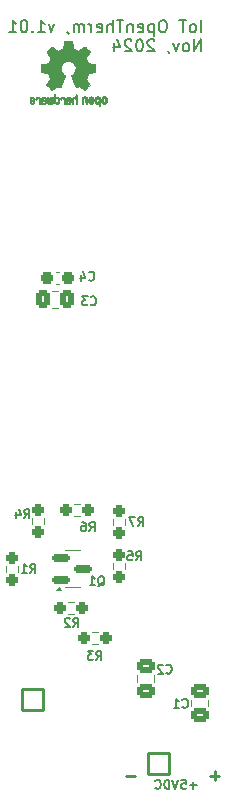
<source format=gbo>
G04 #@! TF.GenerationSoftware,KiCad,Pcbnew,8.0.5*
G04 #@! TF.CreationDate,2024-11-08T00:03:23+01:00*
G04 #@! TF.ProjectId,iot-opentherm,696f742d-6f70-4656-9e74-6865726d2e6b,rev?*
G04 #@! TF.SameCoordinates,Original*
G04 #@! TF.FileFunction,Legend,Bot*
G04 #@! TF.FilePolarity,Positive*
%FSLAX46Y46*%
G04 Gerber Fmt 4.6, Leading zero omitted, Abs format (unit mm)*
G04 Created by KiCad (PCBNEW 8.0.5) date 2024-11-08 00:03:23*
%MOMM*%
%LPD*%
G01*
G04 APERTURE LIST*
G04 Aperture macros list*
%AMRoundRect*
0 Rectangle with rounded corners*
0 $1 Rounding radius*
0 $2 $3 $4 $5 $6 $7 $8 $9 X,Y pos of 4 corners*
0 Add a 4 corners polygon primitive as box body*
4,1,4,$2,$3,$4,$5,$6,$7,$8,$9,$2,$3,0*
0 Add four circle primitives for the rounded corners*
1,1,$1+$1,$2,$3*
1,1,$1+$1,$4,$5*
1,1,$1+$1,$6,$7*
1,1,$1+$1,$8,$9*
0 Add four rect primitives between the rounded corners*
20,1,$1+$1,$2,$3,$4,$5,0*
20,1,$1+$1,$4,$5,$6,$7,0*
20,1,$1+$1,$6,$7,$8,$9,0*
20,1,$1+$1,$8,$9,$2,$3,0*%
G04 Aperture macros list end*
%ADD10C,0.203200*%
%ADD11C,0.254000*%
%ADD12C,0.152400*%
%ADD13C,0.150000*%
%ADD14C,0.010000*%
%ADD15C,0.120000*%
%ADD16R,1.700000X1.700000*%
%ADD17O,1.700000X1.700000*%
%ADD18O,1.000000X1.900000*%
%ADD19O,1.050000X1.250000*%
%ADD20RoundRect,0.102000X-0.900000X-0.900000X0.900000X-0.900000X0.900000X0.900000X-0.900000X0.900000X0*%
%ADD21C,2.004000*%
%ADD22RoundRect,0.102000X0.900000X-0.900000X0.900000X0.900000X-0.900000X0.900000X-0.900000X-0.900000X0*%
%ADD23RoundRect,0.237500X-0.300000X-0.237500X0.300000X-0.237500X0.300000X0.237500X-0.300000X0.237500X0*%
%ADD24RoundRect,0.237500X0.250000X0.237500X-0.250000X0.237500X-0.250000X-0.237500X0.250000X-0.237500X0*%
%ADD25RoundRect,0.250000X-0.337500X-0.475000X0.337500X-0.475000X0.337500X0.475000X-0.337500X0.475000X0*%
%ADD26RoundRect,0.250000X0.475000X-0.337500X0.475000X0.337500X-0.475000X0.337500X-0.475000X-0.337500X0*%
%ADD27RoundRect,0.237500X-0.237500X0.250000X-0.237500X-0.250000X0.237500X-0.250000X0.237500X0.250000X0*%
%ADD28RoundRect,0.237500X0.237500X-0.250000X0.237500X0.250000X-0.237500X0.250000X-0.237500X-0.250000X0*%
%ADD29RoundRect,0.237500X-0.250000X-0.237500X0.250000X-0.237500X0.250000X0.237500X-0.250000X0.237500X0*%
%ADD30RoundRect,0.150000X-0.587500X-0.150000X0.587500X-0.150000X0.587500X0.150000X-0.587500X0.150000X0*%
%ADD31RoundRect,0.250000X-0.475000X0.337500X-0.475000X-0.337500X0.475000X-0.337500X0.475000X0.337500X0*%
G04 APERTURE END LIST*
D10*
X141813611Y-47530790D02*
X141813611Y-46514790D01*
X141184658Y-47530790D02*
X141281420Y-47482410D01*
X141281420Y-47482410D02*
X141329801Y-47434029D01*
X141329801Y-47434029D02*
X141378182Y-47337267D01*
X141378182Y-47337267D02*
X141378182Y-47046981D01*
X141378182Y-47046981D02*
X141329801Y-46950219D01*
X141329801Y-46950219D02*
X141281420Y-46901838D01*
X141281420Y-46901838D02*
X141184658Y-46853457D01*
X141184658Y-46853457D02*
X141039515Y-46853457D01*
X141039515Y-46853457D02*
X140942753Y-46901838D01*
X140942753Y-46901838D02*
X140894372Y-46950219D01*
X140894372Y-46950219D02*
X140845991Y-47046981D01*
X140845991Y-47046981D02*
X140845991Y-47337267D01*
X140845991Y-47337267D02*
X140894372Y-47434029D01*
X140894372Y-47434029D02*
X140942753Y-47482410D01*
X140942753Y-47482410D02*
X141039515Y-47530790D01*
X141039515Y-47530790D02*
X141184658Y-47530790D01*
X140555706Y-46514790D02*
X139975134Y-46514790D01*
X140265420Y-47530790D02*
X140265420Y-46514790D01*
X138668849Y-46514790D02*
X138475325Y-46514790D01*
X138475325Y-46514790D02*
X138378563Y-46563171D01*
X138378563Y-46563171D02*
X138281801Y-46659933D01*
X138281801Y-46659933D02*
X138233420Y-46853457D01*
X138233420Y-46853457D02*
X138233420Y-47192124D01*
X138233420Y-47192124D02*
X138281801Y-47385648D01*
X138281801Y-47385648D02*
X138378563Y-47482410D01*
X138378563Y-47482410D02*
X138475325Y-47530790D01*
X138475325Y-47530790D02*
X138668849Y-47530790D01*
X138668849Y-47530790D02*
X138765611Y-47482410D01*
X138765611Y-47482410D02*
X138862373Y-47385648D01*
X138862373Y-47385648D02*
X138910754Y-47192124D01*
X138910754Y-47192124D02*
X138910754Y-46853457D01*
X138910754Y-46853457D02*
X138862373Y-46659933D01*
X138862373Y-46659933D02*
X138765611Y-46563171D01*
X138765611Y-46563171D02*
X138668849Y-46514790D01*
X137797992Y-46853457D02*
X137797992Y-47869457D01*
X137797992Y-46901838D02*
X137701230Y-46853457D01*
X137701230Y-46853457D02*
X137507706Y-46853457D01*
X137507706Y-46853457D02*
X137410944Y-46901838D01*
X137410944Y-46901838D02*
X137362563Y-46950219D01*
X137362563Y-46950219D02*
X137314182Y-47046981D01*
X137314182Y-47046981D02*
X137314182Y-47337267D01*
X137314182Y-47337267D02*
X137362563Y-47434029D01*
X137362563Y-47434029D02*
X137410944Y-47482410D01*
X137410944Y-47482410D02*
X137507706Y-47530790D01*
X137507706Y-47530790D02*
X137701230Y-47530790D01*
X137701230Y-47530790D02*
X137797992Y-47482410D01*
X136491706Y-47482410D02*
X136588468Y-47530790D01*
X136588468Y-47530790D02*
X136781992Y-47530790D01*
X136781992Y-47530790D02*
X136878754Y-47482410D01*
X136878754Y-47482410D02*
X136927135Y-47385648D01*
X136927135Y-47385648D02*
X136927135Y-46998600D01*
X136927135Y-46998600D02*
X136878754Y-46901838D01*
X136878754Y-46901838D02*
X136781992Y-46853457D01*
X136781992Y-46853457D02*
X136588468Y-46853457D01*
X136588468Y-46853457D02*
X136491706Y-46901838D01*
X136491706Y-46901838D02*
X136443325Y-46998600D01*
X136443325Y-46998600D02*
X136443325Y-47095362D01*
X136443325Y-47095362D02*
X136927135Y-47192124D01*
X136007897Y-46853457D02*
X136007897Y-47530790D01*
X136007897Y-46950219D02*
X135959516Y-46901838D01*
X135959516Y-46901838D02*
X135862754Y-46853457D01*
X135862754Y-46853457D02*
X135717611Y-46853457D01*
X135717611Y-46853457D02*
X135620849Y-46901838D01*
X135620849Y-46901838D02*
X135572468Y-46998600D01*
X135572468Y-46998600D02*
X135572468Y-47530790D01*
X135233802Y-46514790D02*
X134653230Y-46514790D01*
X134943516Y-47530790D02*
X134943516Y-46514790D01*
X134314564Y-47530790D02*
X134314564Y-46514790D01*
X133879135Y-47530790D02*
X133879135Y-46998600D01*
X133879135Y-46998600D02*
X133927516Y-46901838D01*
X133927516Y-46901838D02*
X134024278Y-46853457D01*
X134024278Y-46853457D02*
X134169421Y-46853457D01*
X134169421Y-46853457D02*
X134266183Y-46901838D01*
X134266183Y-46901838D02*
X134314564Y-46950219D01*
X133008278Y-47482410D02*
X133105040Y-47530790D01*
X133105040Y-47530790D02*
X133298564Y-47530790D01*
X133298564Y-47530790D02*
X133395326Y-47482410D01*
X133395326Y-47482410D02*
X133443707Y-47385648D01*
X133443707Y-47385648D02*
X133443707Y-46998600D01*
X133443707Y-46998600D02*
X133395326Y-46901838D01*
X133395326Y-46901838D02*
X133298564Y-46853457D01*
X133298564Y-46853457D02*
X133105040Y-46853457D01*
X133105040Y-46853457D02*
X133008278Y-46901838D01*
X133008278Y-46901838D02*
X132959897Y-46998600D01*
X132959897Y-46998600D02*
X132959897Y-47095362D01*
X132959897Y-47095362D02*
X133443707Y-47192124D01*
X132524469Y-47530790D02*
X132524469Y-46853457D01*
X132524469Y-47046981D02*
X132476088Y-46950219D01*
X132476088Y-46950219D02*
X132427707Y-46901838D01*
X132427707Y-46901838D02*
X132330945Y-46853457D01*
X132330945Y-46853457D02*
X132234183Y-46853457D01*
X131895517Y-47530790D02*
X131895517Y-46853457D01*
X131895517Y-46950219D02*
X131847136Y-46901838D01*
X131847136Y-46901838D02*
X131750374Y-46853457D01*
X131750374Y-46853457D02*
X131605231Y-46853457D01*
X131605231Y-46853457D02*
X131508469Y-46901838D01*
X131508469Y-46901838D02*
X131460088Y-46998600D01*
X131460088Y-46998600D02*
X131460088Y-47530790D01*
X131460088Y-46998600D02*
X131411707Y-46901838D01*
X131411707Y-46901838D02*
X131314945Y-46853457D01*
X131314945Y-46853457D02*
X131169802Y-46853457D01*
X131169802Y-46853457D02*
X131073041Y-46901838D01*
X131073041Y-46901838D02*
X131024660Y-46998600D01*
X131024660Y-46998600D02*
X131024660Y-47530790D01*
X130492469Y-47482410D02*
X130492469Y-47530790D01*
X130492469Y-47530790D02*
X130540850Y-47627552D01*
X130540850Y-47627552D02*
X130589231Y-47675933D01*
X129379707Y-46853457D02*
X129137802Y-47530790D01*
X129137802Y-47530790D02*
X128895897Y-46853457D01*
X127976659Y-47530790D02*
X128557231Y-47530790D01*
X128266945Y-47530790D02*
X128266945Y-46514790D01*
X128266945Y-46514790D02*
X128363707Y-46659933D01*
X128363707Y-46659933D02*
X128460469Y-46756695D01*
X128460469Y-46756695D02*
X128557231Y-46805076D01*
X127541231Y-47434029D02*
X127492850Y-47482410D01*
X127492850Y-47482410D02*
X127541231Y-47530790D01*
X127541231Y-47530790D02*
X127589612Y-47482410D01*
X127589612Y-47482410D02*
X127541231Y-47434029D01*
X127541231Y-47434029D02*
X127541231Y-47530790D01*
X126863897Y-46514790D02*
X126767135Y-46514790D01*
X126767135Y-46514790D02*
X126670373Y-46563171D01*
X126670373Y-46563171D02*
X126621992Y-46611552D01*
X126621992Y-46611552D02*
X126573611Y-46708314D01*
X126573611Y-46708314D02*
X126525230Y-46901838D01*
X126525230Y-46901838D02*
X126525230Y-47143743D01*
X126525230Y-47143743D02*
X126573611Y-47337267D01*
X126573611Y-47337267D02*
X126621992Y-47434029D01*
X126621992Y-47434029D02*
X126670373Y-47482410D01*
X126670373Y-47482410D02*
X126767135Y-47530790D01*
X126767135Y-47530790D02*
X126863897Y-47530790D01*
X126863897Y-47530790D02*
X126960659Y-47482410D01*
X126960659Y-47482410D02*
X127009040Y-47434029D01*
X127009040Y-47434029D02*
X127057421Y-47337267D01*
X127057421Y-47337267D02*
X127105802Y-47143743D01*
X127105802Y-47143743D02*
X127105802Y-46901838D01*
X127105802Y-46901838D02*
X127057421Y-46708314D01*
X127057421Y-46708314D02*
X127009040Y-46611552D01*
X127009040Y-46611552D02*
X126960659Y-46563171D01*
X126960659Y-46563171D02*
X126863897Y-46514790D01*
X125557611Y-47530790D02*
X126138183Y-47530790D01*
X125847897Y-47530790D02*
X125847897Y-46514790D01*
X125847897Y-46514790D02*
X125944659Y-46659933D01*
X125944659Y-46659933D02*
X126041421Y-46756695D01*
X126041421Y-46756695D02*
X126138183Y-46805076D01*
X141813611Y-49166493D02*
X141813611Y-48150493D01*
X141813611Y-48150493D02*
X141233039Y-49166493D01*
X141233039Y-49166493D02*
X141233039Y-48150493D01*
X140604087Y-49166493D02*
X140700849Y-49118113D01*
X140700849Y-49118113D02*
X140749230Y-49069732D01*
X140749230Y-49069732D02*
X140797611Y-48972970D01*
X140797611Y-48972970D02*
X140797611Y-48682684D01*
X140797611Y-48682684D02*
X140749230Y-48585922D01*
X140749230Y-48585922D02*
X140700849Y-48537541D01*
X140700849Y-48537541D02*
X140604087Y-48489160D01*
X140604087Y-48489160D02*
X140458944Y-48489160D01*
X140458944Y-48489160D02*
X140362182Y-48537541D01*
X140362182Y-48537541D02*
X140313801Y-48585922D01*
X140313801Y-48585922D02*
X140265420Y-48682684D01*
X140265420Y-48682684D02*
X140265420Y-48972970D01*
X140265420Y-48972970D02*
X140313801Y-49069732D01*
X140313801Y-49069732D02*
X140362182Y-49118113D01*
X140362182Y-49118113D02*
X140458944Y-49166493D01*
X140458944Y-49166493D02*
X140604087Y-49166493D01*
X139926754Y-48489160D02*
X139684849Y-49166493D01*
X139684849Y-49166493D02*
X139442944Y-48489160D01*
X139007516Y-49118113D02*
X139007516Y-49166493D01*
X139007516Y-49166493D02*
X139055897Y-49263255D01*
X139055897Y-49263255D02*
X139104278Y-49311636D01*
X137846373Y-48247255D02*
X137797992Y-48198874D01*
X137797992Y-48198874D02*
X137701230Y-48150493D01*
X137701230Y-48150493D02*
X137459325Y-48150493D01*
X137459325Y-48150493D02*
X137362563Y-48198874D01*
X137362563Y-48198874D02*
X137314182Y-48247255D01*
X137314182Y-48247255D02*
X137265801Y-48344017D01*
X137265801Y-48344017D02*
X137265801Y-48440779D01*
X137265801Y-48440779D02*
X137314182Y-48585922D01*
X137314182Y-48585922D02*
X137894754Y-49166493D01*
X137894754Y-49166493D02*
X137265801Y-49166493D01*
X136636849Y-48150493D02*
X136540087Y-48150493D01*
X136540087Y-48150493D02*
X136443325Y-48198874D01*
X136443325Y-48198874D02*
X136394944Y-48247255D01*
X136394944Y-48247255D02*
X136346563Y-48344017D01*
X136346563Y-48344017D02*
X136298182Y-48537541D01*
X136298182Y-48537541D02*
X136298182Y-48779446D01*
X136298182Y-48779446D02*
X136346563Y-48972970D01*
X136346563Y-48972970D02*
X136394944Y-49069732D01*
X136394944Y-49069732D02*
X136443325Y-49118113D01*
X136443325Y-49118113D02*
X136540087Y-49166493D01*
X136540087Y-49166493D02*
X136636849Y-49166493D01*
X136636849Y-49166493D02*
X136733611Y-49118113D01*
X136733611Y-49118113D02*
X136781992Y-49069732D01*
X136781992Y-49069732D02*
X136830373Y-48972970D01*
X136830373Y-48972970D02*
X136878754Y-48779446D01*
X136878754Y-48779446D02*
X136878754Y-48537541D01*
X136878754Y-48537541D02*
X136830373Y-48344017D01*
X136830373Y-48344017D02*
X136781992Y-48247255D01*
X136781992Y-48247255D02*
X136733611Y-48198874D01*
X136733611Y-48198874D02*
X136636849Y-48150493D01*
X135911135Y-48247255D02*
X135862754Y-48198874D01*
X135862754Y-48198874D02*
X135765992Y-48150493D01*
X135765992Y-48150493D02*
X135524087Y-48150493D01*
X135524087Y-48150493D02*
X135427325Y-48198874D01*
X135427325Y-48198874D02*
X135378944Y-48247255D01*
X135378944Y-48247255D02*
X135330563Y-48344017D01*
X135330563Y-48344017D02*
X135330563Y-48440779D01*
X135330563Y-48440779D02*
X135378944Y-48585922D01*
X135378944Y-48585922D02*
X135959516Y-49166493D01*
X135959516Y-49166493D02*
X135330563Y-49166493D01*
X134459706Y-48489160D02*
X134459706Y-49166493D01*
X134701611Y-48102113D02*
X134943516Y-48827827D01*
X134943516Y-48827827D02*
X134314563Y-48827827D01*
D11*
X136242990Y-110473405D02*
X135468895Y-110473405D01*
D12*
X141441714Y-111306305D02*
X140861143Y-111306305D01*
X141151428Y-111596590D02*
X141151428Y-111016019D01*
X140135428Y-110834590D02*
X140498285Y-110834590D01*
X140498285Y-110834590D02*
X140534571Y-111197447D01*
X140534571Y-111197447D02*
X140498285Y-111161162D01*
X140498285Y-111161162D02*
X140425714Y-111124876D01*
X140425714Y-111124876D02*
X140244285Y-111124876D01*
X140244285Y-111124876D02*
X140171714Y-111161162D01*
X140171714Y-111161162D02*
X140135428Y-111197447D01*
X140135428Y-111197447D02*
X140099142Y-111270019D01*
X140099142Y-111270019D02*
X140099142Y-111451447D01*
X140099142Y-111451447D02*
X140135428Y-111524019D01*
X140135428Y-111524019D02*
X140171714Y-111560305D01*
X140171714Y-111560305D02*
X140244285Y-111596590D01*
X140244285Y-111596590D02*
X140425714Y-111596590D01*
X140425714Y-111596590D02*
X140498285Y-111560305D01*
X140498285Y-111560305D02*
X140534571Y-111524019D01*
X139881428Y-110834590D02*
X139627428Y-111596590D01*
X139627428Y-111596590D02*
X139373428Y-110834590D01*
X139119428Y-111596590D02*
X139119428Y-110834590D01*
X139119428Y-110834590D02*
X138937999Y-110834590D01*
X138937999Y-110834590D02*
X138829142Y-110870876D01*
X138829142Y-110870876D02*
X138756571Y-110943447D01*
X138756571Y-110943447D02*
X138720285Y-111016019D01*
X138720285Y-111016019D02*
X138683999Y-111161162D01*
X138683999Y-111161162D02*
X138683999Y-111270019D01*
X138683999Y-111270019D02*
X138720285Y-111415162D01*
X138720285Y-111415162D02*
X138756571Y-111487733D01*
X138756571Y-111487733D02*
X138829142Y-111560305D01*
X138829142Y-111560305D02*
X138937999Y-111596590D01*
X138937999Y-111596590D02*
X139119428Y-111596590D01*
X137921999Y-111524019D02*
X137958285Y-111560305D01*
X137958285Y-111560305D02*
X138067142Y-111596590D01*
X138067142Y-111596590D02*
X138139714Y-111596590D01*
X138139714Y-111596590D02*
X138248571Y-111560305D01*
X138248571Y-111560305D02*
X138321142Y-111487733D01*
X138321142Y-111487733D02*
X138357428Y-111415162D01*
X138357428Y-111415162D02*
X138393714Y-111270019D01*
X138393714Y-111270019D02*
X138393714Y-111161162D01*
X138393714Y-111161162D02*
X138357428Y-111016019D01*
X138357428Y-111016019D02*
X138321142Y-110943447D01*
X138321142Y-110943447D02*
X138248571Y-110870876D01*
X138248571Y-110870876D02*
X138139714Y-110834590D01*
X138139714Y-110834590D02*
X138067142Y-110834590D01*
X138067142Y-110834590D02*
X137958285Y-110870876D01*
X137958285Y-110870876D02*
X137921999Y-110907162D01*
D11*
X143354990Y-110473405D02*
X142580895Y-110473405D01*
X142967942Y-110860452D02*
X142967942Y-110086357D01*
D13*
X132308599Y-68496544D02*
X132344885Y-68532830D01*
X132344885Y-68532830D02*
X132453742Y-68569115D01*
X132453742Y-68569115D02*
X132526314Y-68569115D01*
X132526314Y-68569115D02*
X132635171Y-68532830D01*
X132635171Y-68532830D02*
X132707742Y-68460258D01*
X132707742Y-68460258D02*
X132744028Y-68387687D01*
X132744028Y-68387687D02*
X132780314Y-68242544D01*
X132780314Y-68242544D02*
X132780314Y-68133687D01*
X132780314Y-68133687D02*
X132744028Y-67988544D01*
X132744028Y-67988544D02*
X132707742Y-67915972D01*
X132707742Y-67915972D02*
X132635171Y-67843401D01*
X132635171Y-67843401D02*
X132526314Y-67807115D01*
X132526314Y-67807115D02*
X132453742Y-67807115D01*
X132453742Y-67807115D02*
X132344885Y-67843401D01*
X132344885Y-67843401D02*
X132308599Y-67879687D01*
X131655457Y-68061115D02*
X131655457Y-68569115D01*
X131836885Y-67770830D02*
X132018314Y-68315115D01*
X132018314Y-68315115D02*
X131546599Y-68315115D01*
D12*
X132359399Y-89777990D02*
X132613399Y-89415133D01*
X132794828Y-89777990D02*
X132794828Y-89015990D01*
X132794828Y-89015990D02*
X132504542Y-89015990D01*
X132504542Y-89015990D02*
X132431971Y-89052276D01*
X132431971Y-89052276D02*
X132395685Y-89088562D01*
X132395685Y-89088562D02*
X132359399Y-89161133D01*
X132359399Y-89161133D02*
X132359399Y-89269990D01*
X132359399Y-89269990D02*
X132395685Y-89342562D01*
X132395685Y-89342562D02*
X132431971Y-89378847D01*
X132431971Y-89378847D02*
X132504542Y-89415133D01*
X132504542Y-89415133D02*
X132794828Y-89415133D01*
X131706257Y-89015990D02*
X131851399Y-89015990D01*
X131851399Y-89015990D02*
X131923971Y-89052276D01*
X131923971Y-89052276D02*
X131960257Y-89088562D01*
X131960257Y-89088562D02*
X132032828Y-89197419D01*
X132032828Y-89197419D02*
X132069114Y-89342562D01*
X132069114Y-89342562D02*
X132069114Y-89632847D01*
X132069114Y-89632847D02*
X132032828Y-89705419D01*
X132032828Y-89705419D02*
X131996542Y-89741705D01*
X131996542Y-89741705D02*
X131923971Y-89777990D01*
X131923971Y-89777990D02*
X131778828Y-89777990D01*
X131778828Y-89777990D02*
X131706257Y-89741705D01*
X131706257Y-89741705D02*
X131669971Y-89705419D01*
X131669971Y-89705419D02*
X131633685Y-89632847D01*
X131633685Y-89632847D02*
X131633685Y-89451419D01*
X131633685Y-89451419D02*
X131669971Y-89378847D01*
X131669971Y-89378847D02*
X131706257Y-89342562D01*
X131706257Y-89342562D02*
X131778828Y-89306276D01*
X131778828Y-89306276D02*
X131923971Y-89306276D01*
X131923971Y-89306276D02*
X131996542Y-89342562D01*
X131996542Y-89342562D02*
X132032828Y-89378847D01*
X132032828Y-89378847D02*
X132069114Y-89451419D01*
D13*
X132460999Y-70579344D02*
X132497285Y-70615630D01*
X132497285Y-70615630D02*
X132606142Y-70651915D01*
X132606142Y-70651915D02*
X132678714Y-70651915D01*
X132678714Y-70651915D02*
X132787571Y-70615630D01*
X132787571Y-70615630D02*
X132860142Y-70543058D01*
X132860142Y-70543058D02*
X132896428Y-70470487D01*
X132896428Y-70470487D02*
X132932714Y-70325344D01*
X132932714Y-70325344D02*
X132932714Y-70216487D01*
X132932714Y-70216487D02*
X132896428Y-70071344D01*
X132896428Y-70071344D02*
X132860142Y-69998772D01*
X132860142Y-69998772D02*
X132787571Y-69926201D01*
X132787571Y-69926201D02*
X132678714Y-69889915D01*
X132678714Y-69889915D02*
X132606142Y-69889915D01*
X132606142Y-69889915D02*
X132497285Y-69926201D01*
X132497285Y-69926201D02*
X132460999Y-69962487D01*
X132206999Y-69889915D02*
X131735285Y-69889915D01*
X131735285Y-69889915D02*
X131989285Y-70180201D01*
X131989285Y-70180201D02*
X131880428Y-70180201D01*
X131880428Y-70180201D02*
X131807857Y-70216487D01*
X131807857Y-70216487D02*
X131771571Y-70252772D01*
X131771571Y-70252772D02*
X131735285Y-70325344D01*
X131735285Y-70325344D02*
X131735285Y-70506772D01*
X131735285Y-70506772D02*
X131771571Y-70579344D01*
X131771571Y-70579344D02*
X131807857Y-70615630D01*
X131807857Y-70615630D02*
X131880428Y-70651915D01*
X131880428Y-70651915D02*
X132098142Y-70651915D01*
X132098142Y-70651915D02*
X132170714Y-70615630D01*
X132170714Y-70615630D02*
X132206999Y-70579344D01*
X140233399Y-104666144D02*
X140269685Y-104702430D01*
X140269685Y-104702430D02*
X140378542Y-104738715D01*
X140378542Y-104738715D02*
X140451114Y-104738715D01*
X140451114Y-104738715D02*
X140559971Y-104702430D01*
X140559971Y-104702430D02*
X140632542Y-104629858D01*
X140632542Y-104629858D02*
X140668828Y-104557287D01*
X140668828Y-104557287D02*
X140705114Y-104412144D01*
X140705114Y-104412144D02*
X140705114Y-104303287D01*
X140705114Y-104303287D02*
X140668828Y-104158144D01*
X140668828Y-104158144D02*
X140632542Y-104085572D01*
X140632542Y-104085572D02*
X140559971Y-104013001D01*
X140559971Y-104013001D02*
X140451114Y-103976715D01*
X140451114Y-103976715D02*
X140378542Y-103976715D01*
X140378542Y-103976715D02*
X140269685Y-104013001D01*
X140269685Y-104013001D02*
X140233399Y-104049287D01*
X139507685Y-104738715D02*
X139943114Y-104738715D01*
X139725399Y-104738715D02*
X139725399Y-103976715D01*
X139725399Y-103976715D02*
X139797971Y-104085572D01*
X139797971Y-104085572D02*
X139870542Y-104158144D01*
X139870542Y-104158144D02*
X139943114Y-104194430D01*
X127330199Y-93308715D02*
X127584199Y-92945858D01*
X127765628Y-93308715D02*
X127765628Y-92546715D01*
X127765628Y-92546715D02*
X127475342Y-92546715D01*
X127475342Y-92546715D02*
X127402771Y-92583001D01*
X127402771Y-92583001D02*
X127366485Y-92619287D01*
X127366485Y-92619287D02*
X127330199Y-92691858D01*
X127330199Y-92691858D02*
X127330199Y-92800715D01*
X127330199Y-92800715D02*
X127366485Y-92873287D01*
X127366485Y-92873287D02*
X127402771Y-92909572D01*
X127402771Y-92909572D02*
X127475342Y-92945858D01*
X127475342Y-92945858D02*
X127765628Y-92945858D01*
X126604485Y-93308715D02*
X127039914Y-93308715D01*
X126822199Y-93308715D02*
X126822199Y-92546715D01*
X126822199Y-92546715D02*
X126894771Y-92655572D01*
X126894771Y-92655572D02*
X126967342Y-92728144D01*
X126967342Y-92728144D02*
X127039914Y-92764430D01*
X126822199Y-88685915D02*
X127076199Y-88323058D01*
X127257628Y-88685915D02*
X127257628Y-87923915D01*
X127257628Y-87923915D02*
X126967342Y-87923915D01*
X126967342Y-87923915D02*
X126894771Y-87960201D01*
X126894771Y-87960201D02*
X126858485Y-87996487D01*
X126858485Y-87996487D02*
X126822199Y-88069058D01*
X126822199Y-88069058D02*
X126822199Y-88177915D01*
X126822199Y-88177915D02*
X126858485Y-88250487D01*
X126858485Y-88250487D02*
X126894771Y-88286772D01*
X126894771Y-88286772D02*
X126967342Y-88323058D01*
X126967342Y-88323058D02*
X127257628Y-88323058D01*
X126169057Y-88177915D02*
X126169057Y-88685915D01*
X126350485Y-87887630D02*
X126531914Y-88431915D01*
X126531914Y-88431915D02*
X126060199Y-88431915D01*
X132934999Y-100674715D02*
X133188999Y-100311858D01*
X133370428Y-100674715D02*
X133370428Y-99912715D01*
X133370428Y-99912715D02*
X133080142Y-99912715D01*
X133080142Y-99912715D02*
X133007571Y-99949001D01*
X133007571Y-99949001D02*
X132971285Y-99985287D01*
X132971285Y-99985287D02*
X132934999Y-100057858D01*
X132934999Y-100057858D02*
X132934999Y-100166715D01*
X132934999Y-100166715D02*
X132971285Y-100239287D01*
X132971285Y-100239287D02*
X133007571Y-100275572D01*
X133007571Y-100275572D02*
X133080142Y-100311858D01*
X133080142Y-100311858D02*
X133370428Y-100311858D01*
X132680999Y-99912715D02*
X132209285Y-99912715D01*
X132209285Y-99912715D02*
X132463285Y-100203001D01*
X132463285Y-100203001D02*
X132354428Y-100203001D01*
X132354428Y-100203001D02*
X132281857Y-100239287D01*
X132281857Y-100239287D02*
X132245571Y-100275572D01*
X132245571Y-100275572D02*
X132209285Y-100348144D01*
X132209285Y-100348144D02*
X132209285Y-100529572D01*
X132209285Y-100529572D02*
X132245571Y-100602144D01*
X132245571Y-100602144D02*
X132281857Y-100638430D01*
X132281857Y-100638430D02*
X132354428Y-100674715D01*
X132354428Y-100674715D02*
X132572142Y-100674715D01*
X132572142Y-100674715D02*
X132644714Y-100638430D01*
X132644714Y-100638430D02*
X132680999Y-100602144D01*
X133066971Y-94422687D02*
X133139542Y-94386401D01*
X133139542Y-94386401D02*
X133212114Y-94313830D01*
X133212114Y-94313830D02*
X133320971Y-94204972D01*
X133320971Y-94204972D02*
X133393542Y-94168687D01*
X133393542Y-94168687D02*
X133466114Y-94168687D01*
X133429828Y-94350115D02*
X133502400Y-94313830D01*
X133502400Y-94313830D02*
X133574971Y-94241258D01*
X133574971Y-94241258D02*
X133611257Y-94096115D01*
X133611257Y-94096115D02*
X133611257Y-93842115D01*
X133611257Y-93842115D02*
X133574971Y-93696972D01*
X133574971Y-93696972D02*
X133502400Y-93624401D01*
X133502400Y-93624401D02*
X133429828Y-93588115D01*
X133429828Y-93588115D02*
X133284685Y-93588115D01*
X133284685Y-93588115D02*
X133212114Y-93624401D01*
X133212114Y-93624401D02*
X133139542Y-93696972D01*
X133139542Y-93696972D02*
X133103257Y-93842115D01*
X133103257Y-93842115D02*
X133103257Y-94096115D01*
X133103257Y-94096115D02*
X133139542Y-94241258D01*
X133139542Y-94241258D02*
X133212114Y-94313830D01*
X133212114Y-94313830D02*
X133284685Y-94350115D01*
X133284685Y-94350115D02*
X133429828Y-94350115D01*
X132377542Y-94350115D02*
X132812971Y-94350115D01*
X132595256Y-94350115D02*
X132595256Y-93588115D01*
X132595256Y-93588115D02*
X132667828Y-93696972D01*
X132667828Y-93696972D02*
X132740399Y-93769544D01*
X132740399Y-93769544D02*
X132812971Y-93805830D01*
X138861799Y-101770544D02*
X138898085Y-101806830D01*
X138898085Y-101806830D02*
X139006942Y-101843115D01*
X139006942Y-101843115D02*
X139079514Y-101843115D01*
X139079514Y-101843115D02*
X139188371Y-101806830D01*
X139188371Y-101806830D02*
X139260942Y-101734258D01*
X139260942Y-101734258D02*
X139297228Y-101661687D01*
X139297228Y-101661687D02*
X139333514Y-101516544D01*
X139333514Y-101516544D02*
X139333514Y-101407687D01*
X139333514Y-101407687D02*
X139297228Y-101262544D01*
X139297228Y-101262544D02*
X139260942Y-101189972D01*
X139260942Y-101189972D02*
X139188371Y-101117401D01*
X139188371Y-101117401D02*
X139079514Y-101081115D01*
X139079514Y-101081115D02*
X139006942Y-101081115D01*
X139006942Y-101081115D02*
X138898085Y-101117401D01*
X138898085Y-101117401D02*
X138861799Y-101153687D01*
X138571514Y-101153687D02*
X138535228Y-101117401D01*
X138535228Y-101117401D02*
X138462657Y-101081115D01*
X138462657Y-101081115D02*
X138281228Y-101081115D01*
X138281228Y-101081115D02*
X138208657Y-101117401D01*
X138208657Y-101117401D02*
X138172371Y-101153687D01*
X138172371Y-101153687D02*
X138136085Y-101226258D01*
X138136085Y-101226258D02*
X138136085Y-101298830D01*
X138136085Y-101298830D02*
X138172371Y-101407687D01*
X138172371Y-101407687D02*
X138607799Y-101843115D01*
X138607799Y-101843115D02*
X138136085Y-101843115D01*
X130987799Y-97880715D02*
X131241799Y-97517858D01*
X131423228Y-97880715D02*
X131423228Y-97118715D01*
X131423228Y-97118715D02*
X131132942Y-97118715D01*
X131132942Y-97118715D02*
X131060371Y-97155001D01*
X131060371Y-97155001D02*
X131024085Y-97191287D01*
X131024085Y-97191287D02*
X130987799Y-97263858D01*
X130987799Y-97263858D02*
X130987799Y-97372715D01*
X130987799Y-97372715D02*
X131024085Y-97445287D01*
X131024085Y-97445287D02*
X131060371Y-97481572D01*
X131060371Y-97481572D02*
X131132942Y-97517858D01*
X131132942Y-97517858D02*
X131423228Y-97517858D01*
X130697514Y-97191287D02*
X130661228Y-97155001D01*
X130661228Y-97155001D02*
X130588657Y-97118715D01*
X130588657Y-97118715D02*
X130407228Y-97118715D01*
X130407228Y-97118715D02*
X130334657Y-97155001D01*
X130334657Y-97155001D02*
X130298371Y-97191287D01*
X130298371Y-97191287D02*
X130262085Y-97263858D01*
X130262085Y-97263858D02*
X130262085Y-97336430D01*
X130262085Y-97336430D02*
X130298371Y-97445287D01*
X130298371Y-97445287D02*
X130733799Y-97880715D01*
X130733799Y-97880715D02*
X130262085Y-97880715D01*
X136474199Y-89346315D02*
X136728199Y-88983458D01*
X136909628Y-89346315D02*
X136909628Y-88584315D01*
X136909628Y-88584315D02*
X136619342Y-88584315D01*
X136619342Y-88584315D02*
X136546771Y-88620601D01*
X136546771Y-88620601D02*
X136510485Y-88656887D01*
X136510485Y-88656887D02*
X136474199Y-88729458D01*
X136474199Y-88729458D02*
X136474199Y-88838315D01*
X136474199Y-88838315D02*
X136510485Y-88910887D01*
X136510485Y-88910887D02*
X136546771Y-88947172D01*
X136546771Y-88947172D02*
X136619342Y-88983458D01*
X136619342Y-88983458D02*
X136909628Y-88983458D01*
X136220199Y-88584315D02*
X135712199Y-88584315D01*
X135712199Y-88584315D02*
X136038771Y-89346315D01*
X136296399Y-92241915D02*
X136550399Y-91879058D01*
X136731828Y-92241915D02*
X136731828Y-91479915D01*
X136731828Y-91479915D02*
X136441542Y-91479915D01*
X136441542Y-91479915D02*
X136368971Y-91516201D01*
X136368971Y-91516201D02*
X136332685Y-91552487D01*
X136332685Y-91552487D02*
X136296399Y-91625058D01*
X136296399Y-91625058D02*
X136296399Y-91733915D01*
X136296399Y-91733915D02*
X136332685Y-91806487D01*
X136332685Y-91806487D02*
X136368971Y-91842772D01*
X136368971Y-91842772D02*
X136441542Y-91879058D01*
X136441542Y-91879058D02*
X136731828Y-91879058D01*
X135606971Y-91479915D02*
X135969828Y-91479915D01*
X135969828Y-91479915D02*
X136006114Y-91842772D01*
X136006114Y-91842772D02*
X135969828Y-91806487D01*
X135969828Y-91806487D02*
X135897257Y-91770201D01*
X135897257Y-91770201D02*
X135715828Y-91770201D01*
X135715828Y-91770201D02*
X135643257Y-91806487D01*
X135643257Y-91806487D02*
X135606971Y-91842772D01*
X135606971Y-91842772D02*
X135570685Y-91915344D01*
X135570685Y-91915344D02*
X135570685Y-92096772D01*
X135570685Y-92096772D02*
X135606971Y-92169344D01*
X135606971Y-92169344D02*
X135643257Y-92205630D01*
X135643257Y-92205630D02*
X135715828Y-92241915D01*
X135715828Y-92241915D02*
X135897257Y-92241915D01*
X135897257Y-92241915D02*
X135969828Y-92205630D01*
X135969828Y-92205630D02*
X136006114Y-92169344D01*
D14*
X128038829Y-53005097D02*
X128098753Y-53027355D01*
X128123673Y-53044080D01*
X128148910Y-53068043D01*
X128166912Y-53098526D01*
X128178858Y-53140023D01*
X128185930Y-53197032D01*
X128189308Y-53274047D01*
X128190171Y-53375565D01*
X128190002Y-53428027D01*
X128189153Y-53499715D01*
X128187711Y-53556925D01*
X128185814Y-53594809D01*
X128183597Y-53608514D01*
X128169172Y-53603981D01*
X128140054Y-53591670D01*
X128139181Y-53591272D01*
X128124060Y-53583356D01*
X128113891Y-53572495D01*
X128107691Y-53553471D01*
X128104478Y-53521069D01*
X128103270Y-53470071D01*
X128103086Y-53395261D01*
X128102714Y-53347804D01*
X128098750Y-53258615D01*
X128089673Y-53193287D01*
X128074524Y-53148393D01*
X128052345Y-53120507D01*
X128022175Y-53106203D01*
X128017990Y-53105206D01*
X127961480Y-53104427D01*
X127917410Y-53129744D01*
X127886972Y-53180502D01*
X127881544Y-53195175D01*
X127869171Y-53227649D01*
X127862905Y-53242572D01*
X127850036Y-53240516D01*
X127821933Y-53229357D01*
X127795721Y-53210927D01*
X127783771Y-53176098D01*
X127787336Y-53151151D01*
X127809235Y-53100547D01*
X127844644Y-53053128D01*
X127886052Y-53020334D01*
X127903400Y-53012752D01*
X127969089Y-53000076D01*
X128038829Y-53005097D01*
G36*
X128038829Y-53005097D02*
G01*
X128098753Y-53027355D01*
X128123673Y-53044080D01*
X128148910Y-53068043D01*
X128166912Y-53098526D01*
X128178858Y-53140023D01*
X128185930Y-53197032D01*
X128189308Y-53274047D01*
X128190171Y-53375565D01*
X128190002Y-53428027D01*
X128189153Y-53499715D01*
X128187711Y-53556925D01*
X128185814Y-53594809D01*
X128183597Y-53608514D01*
X128169172Y-53603981D01*
X128140054Y-53591670D01*
X128139181Y-53591272D01*
X128124060Y-53583356D01*
X128113891Y-53572495D01*
X128107691Y-53553471D01*
X128104478Y-53521069D01*
X128103270Y-53470071D01*
X128103086Y-53395261D01*
X128102714Y-53347804D01*
X128098750Y-53258615D01*
X128089673Y-53193287D01*
X128074524Y-53148393D01*
X128052345Y-53120507D01*
X128022175Y-53106203D01*
X128017990Y-53105206D01*
X127961480Y-53104427D01*
X127917410Y-53129744D01*
X127886972Y-53180502D01*
X127881544Y-53195175D01*
X127869171Y-53227649D01*
X127862905Y-53242572D01*
X127850036Y-53240516D01*
X127821933Y-53229357D01*
X127795721Y-53210927D01*
X127783771Y-53176098D01*
X127787336Y-53151151D01*
X127809235Y-53100547D01*
X127844644Y-53053128D01*
X127886052Y-53020334D01*
X127903400Y-53012752D01*
X127969089Y-53000076D01*
X128038829Y-53005097D01*
G37*
X131987020Y-52971822D02*
X132054810Y-53003680D01*
X132110366Y-53058770D01*
X132121881Y-53076016D01*
X132131432Y-53095562D01*
X132138206Y-53120198D01*
X132142819Y-53154711D01*
X132145888Y-53203889D01*
X132148029Y-53272519D01*
X132149859Y-53365389D01*
X132154404Y-53623007D01*
X132116225Y-53608491D01*
X132081268Y-53595156D01*
X132055097Y-53582323D01*
X132038013Y-53565780D01*
X132028086Y-53540465D01*
X132023386Y-53501316D01*
X132021982Y-53443268D01*
X132021943Y-53361261D01*
X132021744Y-53295895D01*
X132020559Y-53233173D01*
X132017729Y-53190334D01*
X132012609Y-53162220D01*
X132004553Y-53143675D01*
X131992914Y-53129543D01*
X131964303Y-53109600D01*
X131916239Y-53102083D01*
X131868688Y-53121079D01*
X131865550Y-53123511D01*
X131855769Y-53134748D01*
X131848553Y-53152770D01*
X131843299Y-53182026D01*
X131839402Y-53226962D01*
X131836256Y-53292028D01*
X131833257Y-53381670D01*
X131826000Y-53621697D01*
X131764314Y-53594044D01*
X131702629Y-53566391D01*
X131702629Y-53347246D01*
X131702884Y-53287711D01*
X131705086Y-53204892D01*
X131710661Y-53143227D01*
X131720941Y-53097748D01*
X131737258Y-53063484D01*
X131760943Y-53035466D01*
X131793328Y-53008723D01*
X131839907Y-52981780D01*
X131913287Y-52964191D01*
X131987020Y-52971822D01*
G36*
X131987020Y-52971822D02*
G01*
X132054810Y-53003680D01*
X132110366Y-53058770D01*
X132121881Y-53076016D01*
X132131432Y-53095562D01*
X132138206Y-53120198D01*
X132142819Y-53154711D01*
X132145888Y-53203889D01*
X132148029Y-53272519D01*
X132149859Y-53365389D01*
X132154404Y-53623007D01*
X132116225Y-53608491D01*
X132081268Y-53595156D01*
X132055097Y-53582323D01*
X132038013Y-53565780D01*
X132028086Y-53540465D01*
X132023386Y-53501316D01*
X132021982Y-53443268D01*
X132021943Y-53361261D01*
X132021744Y-53295895D01*
X132020559Y-53233173D01*
X132017729Y-53190334D01*
X132012609Y-53162220D01*
X132004553Y-53143675D01*
X131992914Y-53129543D01*
X131964303Y-53109600D01*
X131916239Y-53102083D01*
X131868688Y-53121079D01*
X131865550Y-53123511D01*
X131855769Y-53134748D01*
X131848553Y-53152770D01*
X131843299Y-53182026D01*
X131839402Y-53226962D01*
X131836256Y-53292028D01*
X131833257Y-53381670D01*
X131826000Y-53621697D01*
X131764314Y-53594044D01*
X131702629Y-53566391D01*
X131702629Y-53347246D01*
X131702884Y-53287711D01*
X131705086Y-53204892D01*
X131710661Y-53143227D01*
X131720941Y-53097748D01*
X131737258Y-53063484D01*
X131760943Y-53035466D01*
X131793328Y-53008723D01*
X131839907Y-52981780D01*
X131913287Y-52964191D01*
X131987020Y-52971822D01*
G37*
X130163691Y-53020467D02*
X130168273Y-53023003D01*
X130205704Y-53052057D01*
X130239170Y-53089410D01*
X130245007Y-53097852D01*
X130256165Y-53117553D01*
X130264136Y-53140935D01*
X130269618Y-53173067D01*
X130273307Y-53219019D01*
X130275899Y-53283859D01*
X130278092Y-53372657D01*
X130278402Y-53387669D01*
X130279400Y-53484999D01*
X130277994Y-53553934D01*
X130274164Y-53594948D01*
X130267889Y-53608514D01*
X130248898Y-53604452D01*
X130216638Y-53592144D01*
X130209041Y-53588545D01*
X130197176Y-53580398D01*
X130188994Y-53567004D01*
X130183643Y-53543608D01*
X130180269Y-53505455D01*
X130178019Y-53447790D01*
X130176040Y-53365857D01*
X130175498Y-53341907D01*
X130173403Y-53266266D01*
X130170683Y-53213328D01*
X130166515Y-53178075D01*
X130160079Y-53155487D01*
X130150550Y-53140544D01*
X130137106Y-53128227D01*
X130097305Y-53106634D01*
X130048341Y-53102476D01*
X130004529Y-53118999D01*
X129973008Y-53153210D01*
X129960914Y-53202114D01*
X129960578Y-53215407D01*
X129953972Y-53239472D01*
X129934470Y-53243144D01*
X129896283Y-53228813D01*
X129887438Y-53224217D01*
X129863534Y-53197186D01*
X129863061Y-53156994D01*
X129885836Y-53101409D01*
X129906727Y-53071117D01*
X129960142Y-53028084D01*
X130026074Y-53003755D01*
X130096574Y-53000443D01*
X130163691Y-53020467D01*
G36*
X130163691Y-53020467D02*
G01*
X130168273Y-53023003D01*
X130205704Y-53052057D01*
X130239170Y-53089410D01*
X130245007Y-53097852D01*
X130256165Y-53117553D01*
X130264136Y-53140935D01*
X130269618Y-53173067D01*
X130273307Y-53219019D01*
X130275899Y-53283859D01*
X130278092Y-53372657D01*
X130278402Y-53387669D01*
X130279400Y-53484999D01*
X130277994Y-53553934D01*
X130274164Y-53594948D01*
X130267889Y-53608514D01*
X130248898Y-53604452D01*
X130216638Y-53592144D01*
X130209041Y-53588545D01*
X130197176Y-53580398D01*
X130188994Y-53567004D01*
X130183643Y-53543608D01*
X130180269Y-53505455D01*
X130178019Y-53447790D01*
X130176040Y-53365857D01*
X130175498Y-53341907D01*
X130173403Y-53266266D01*
X130170683Y-53213328D01*
X130166515Y-53178075D01*
X130160079Y-53155487D01*
X130150550Y-53140544D01*
X130137106Y-53128227D01*
X130097305Y-53106634D01*
X130048341Y-53102476D01*
X130004529Y-53118999D01*
X129973008Y-53153210D01*
X129960914Y-53202114D01*
X129960578Y-53215407D01*
X129953972Y-53239472D01*
X129934470Y-53243144D01*
X129896283Y-53228813D01*
X129887438Y-53224217D01*
X129863534Y-53197186D01*
X129863061Y-53156994D01*
X129885836Y-53101409D01*
X129906727Y-53071117D01*
X129960142Y-53028084D01*
X130026074Y-53003755D01*
X130096574Y-53000443D01*
X130163691Y-53020467D01*
G37*
X131234543Y-52803444D02*
X131281714Y-52823342D01*
X131281714Y-53220509D01*
X131281519Y-53323498D01*
X131280998Y-53416141D01*
X131280199Y-53494700D01*
X131279172Y-53555439D01*
X131277963Y-53594623D01*
X131276623Y-53608514D01*
X131276099Y-53608468D01*
X131258287Y-53603420D01*
X131225823Y-53592580D01*
X131180114Y-53576646D01*
X131180114Y-53372173D01*
X131179824Y-53291832D01*
X131178474Y-53233562D01*
X131175369Y-53193909D01*
X131169812Y-53167618D01*
X131161107Y-53149436D01*
X131148556Y-53134107D01*
X131139999Y-53125955D01*
X131093728Y-53103375D01*
X131042728Y-53105375D01*
X130995993Y-53132073D01*
X130989189Y-53138698D01*
X130978293Y-53152456D01*
X130970836Y-53170642D01*
X130966169Y-53198177D01*
X130963642Y-53239981D01*
X130962602Y-53300973D01*
X130962400Y-53386073D01*
X130962303Y-53429234D01*
X130961674Y-53500224D01*
X130960556Y-53557076D01*
X130959063Y-53594828D01*
X130957309Y-53608514D01*
X130956785Y-53608468D01*
X130938973Y-53603420D01*
X130906509Y-53592580D01*
X130860800Y-53576646D01*
X130860823Y-53371237D01*
X130860857Y-53352951D01*
X130862778Y-53257626D01*
X130868678Y-53185543D01*
X130880001Y-53131813D01*
X130898187Y-53091549D01*
X130924679Y-53059861D01*
X130960918Y-53031861D01*
X130996263Y-53014333D01*
X131052773Y-53000785D01*
X131108356Y-53000015D01*
X131151086Y-53013195D01*
X131154298Y-53015015D01*
X131164205Y-53014820D01*
X131170975Y-52999572D01*
X131175861Y-52964613D01*
X131180114Y-52905289D01*
X131187371Y-52783547D01*
X131234543Y-52803444D01*
G36*
X131234543Y-52803444D02*
G01*
X131281714Y-52823342D01*
X131281714Y-53220509D01*
X131281519Y-53323498D01*
X131280998Y-53416141D01*
X131280199Y-53494700D01*
X131279172Y-53555439D01*
X131277963Y-53594623D01*
X131276623Y-53608514D01*
X131276099Y-53608468D01*
X131258287Y-53603420D01*
X131225823Y-53592580D01*
X131180114Y-53576646D01*
X131180114Y-53372173D01*
X131179824Y-53291832D01*
X131178474Y-53233562D01*
X131175369Y-53193909D01*
X131169812Y-53167618D01*
X131161107Y-53149436D01*
X131148556Y-53134107D01*
X131139999Y-53125955D01*
X131093728Y-53103375D01*
X131042728Y-53105375D01*
X130995993Y-53132073D01*
X130989189Y-53138698D01*
X130978293Y-53152456D01*
X130970836Y-53170642D01*
X130966169Y-53198177D01*
X130963642Y-53239981D01*
X130962602Y-53300973D01*
X130962400Y-53386073D01*
X130962303Y-53429234D01*
X130961674Y-53500224D01*
X130960556Y-53557076D01*
X130959063Y-53594828D01*
X130957309Y-53608514D01*
X130956785Y-53608468D01*
X130938973Y-53603420D01*
X130906509Y-53592580D01*
X130860800Y-53576646D01*
X130860823Y-53371237D01*
X130860857Y-53352951D01*
X130862778Y-53257626D01*
X130868678Y-53185543D01*
X130880001Y-53131813D01*
X130898187Y-53091549D01*
X130924679Y-53059861D01*
X130960918Y-53031861D01*
X130996263Y-53014333D01*
X131052773Y-53000785D01*
X131108356Y-53000015D01*
X131151086Y-53013195D01*
X131154298Y-53015015D01*
X131164205Y-53014820D01*
X131170975Y-52999572D01*
X131175861Y-52964613D01*
X131180114Y-52905289D01*
X131187371Y-52783547D01*
X131234543Y-52803444D01*
G37*
X129209941Y-53003282D02*
X129241774Y-53015758D01*
X129278743Y-53032602D01*
X129278743Y-53519196D01*
X129232812Y-53565127D01*
X129222320Y-53575427D01*
X129193255Y-53598320D01*
X129163943Y-53605735D01*
X129120326Y-53602321D01*
X129102568Y-53600114D01*
X129056767Y-53595445D01*
X129024743Y-53593585D01*
X129015244Y-53593869D01*
X128976274Y-53596948D01*
X128929160Y-53602321D01*
X128914085Y-53604168D01*
X128876110Y-53604893D01*
X128848325Y-53593429D01*
X128816674Y-53565127D01*
X128770743Y-53519196D01*
X128770743Y-53259055D01*
X128771101Y-53182180D01*
X128772216Y-53108886D01*
X128773952Y-53050850D01*
X128776167Y-53012663D01*
X128778721Y-52998914D01*
X128779256Y-52998951D01*
X128797808Y-53005793D01*
X128829153Y-53020868D01*
X128871608Y-53042822D01*
X128875604Y-53271240D01*
X128879600Y-53499657D01*
X128966686Y-53499657D01*
X128970657Y-53249286D01*
X128971916Y-53181227D01*
X128973718Y-53108482D01*
X128975671Y-53050730D01*
X128977612Y-53012648D01*
X128979377Y-52998914D01*
X128979885Y-52998962D01*
X128997482Y-53004015D01*
X129029834Y-53014849D01*
X129075543Y-53030783D01*
X129075765Y-53250706D01*
X129075988Y-53288909D01*
X129077531Y-53363146D01*
X129080292Y-53425145D01*
X129083977Y-53469308D01*
X129088292Y-53490041D01*
X129103732Y-53501131D01*
X129135241Y-53504556D01*
X129169886Y-53499657D01*
X129173857Y-53249286D01*
X129175278Y-53185663D01*
X129178225Y-53110356D01*
X129182079Y-53051286D01*
X129186542Y-53012718D01*
X129191317Y-52998914D01*
X129209941Y-53003282D01*
G36*
X129209941Y-53003282D02*
G01*
X129241774Y-53015758D01*
X129278743Y-53032602D01*
X129278743Y-53519196D01*
X129232812Y-53565127D01*
X129222320Y-53575427D01*
X129193255Y-53598320D01*
X129163943Y-53605735D01*
X129120326Y-53602321D01*
X129102568Y-53600114D01*
X129056767Y-53595445D01*
X129024743Y-53593585D01*
X129015244Y-53593869D01*
X128976274Y-53596948D01*
X128929160Y-53602321D01*
X128914085Y-53604168D01*
X128876110Y-53604893D01*
X128848325Y-53593429D01*
X128816674Y-53565127D01*
X128770743Y-53519196D01*
X128770743Y-53259055D01*
X128771101Y-53182180D01*
X128772216Y-53108886D01*
X128773952Y-53050850D01*
X128776167Y-53012663D01*
X128778721Y-52998914D01*
X128779256Y-52998951D01*
X128797808Y-53005793D01*
X128829153Y-53020868D01*
X128871608Y-53042822D01*
X128875604Y-53271240D01*
X128879600Y-53499657D01*
X128966686Y-53499657D01*
X128970657Y-53249286D01*
X128971916Y-53181227D01*
X128973718Y-53108482D01*
X128975671Y-53050730D01*
X128977612Y-53012648D01*
X128979377Y-52998914D01*
X128979885Y-52998962D01*
X128997482Y-53004015D01*
X129029834Y-53014849D01*
X129075543Y-53030783D01*
X129075765Y-53250706D01*
X129075988Y-53288909D01*
X129077531Y-53363146D01*
X129080292Y-53425145D01*
X129083977Y-53469308D01*
X129088292Y-53490041D01*
X129103732Y-53501131D01*
X129135241Y-53504556D01*
X129169886Y-53499657D01*
X129173857Y-53249286D01*
X129175278Y-53185663D01*
X129178225Y-53110356D01*
X129182079Y-53051286D01*
X129186542Y-53012718D01*
X129191317Y-52998914D01*
X129209941Y-53003282D01*
G37*
X133821714Y-53289200D02*
X133821701Y-53304935D01*
X133820914Y-53375119D01*
X133818210Y-53424022D01*
X133812606Y-53458178D01*
X133803119Y-53484124D01*
X133788768Y-53508397D01*
X133785237Y-53513433D01*
X133747878Y-53553143D01*
X133705311Y-53583092D01*
X133683452Y-53592810D01*
X133604908Y-53609020D01*
X133527231Y-53598535D01*
X133455645Y-53562707D01*
X133395374Y-53502887D01*
X133390286Y-53494873D01*
X133373730Y-53448342D01*
X133362573Y-53383552D01*
X133357160Y-53308727D01*
X133357768Y-53239513D01*
X133504248Y-53239513D01*
X133505402Y-53335399D01*
X133505866Y-53341569D01*
X133512629Y-53394478D01*
X133524671Y-53428029D01*
X133545005Y-53451016D01*
X133579097Y-53472548D01*
X133612814Y-53473680D01*
X133647543Y-53448857D01*
X133653584Y-53442325D01*
X133665417Y-53422779D01*
X133672404Y-53394386D01*
X133675727Y-53350430D01*
X133676571Y-53284192D01*
X133675125Y-53222150D01*
X133667907Y-53163042D01*
X133653006Y-53125686D01*
X133628636Y-53106152D01*
X133593008Y-53100514D01*
X133579440Y-53101635D01*
X133541430Y-53122194D01*
X133516312Y-53168299D01*
X133504248Y-53239513D01*
X133357768Y-53239513D01*
X133357833Y-53232096D01*
X133364937Y-53161882D01*
X133378815Y-53106312D01*
X133396649Y-53069301D01*
X133446855Y-53011733D01*
X133514885Y-52975962D01*
X133598158Y-52963665D01*
X133620398Y-52964331D01*
X133685891Y-52977947D01*
X133739687Y-53012249D01*
X133789057Y-53071338D01*
X133791995Y-53075722D01*
X133805287Y-53099299D01*
X133813932Y-53125949D01*
X133818904Y-53162159D01*
X133821174Y-53214413D01*
X133821678Y-53284192D01*
X133821714Y-53289200D01*
G36*
X133821714Y-53289200D02*
G01*
X133821701Y-53304935D01*
X133820914Y-53375119D01*
X133818210Y-53424022D01*
X133812606Y-53458178D01*
X133803119Y-53484124D01*
X133788768Y-53508397D01*
X133785237Y-53513433D01*
X133747878Y-53553143D01*
X133705311Y-53583092D01*
X133683452Y-53592810D01*
X133604908Y-53609020D01*
X133527231Y-53598535D01*
X133455645Y-53562707D01*
X133395374Y-53502887D01*
X133390286Y-53494873D01*
X133373730Y-53448342D01*
X133362573Y-53383552D01*
X133357160Y-53308727D01*
X133357768Y-53239513D01*
X133504248Y-53239513D01*
X133505402Y-53335399D01*
X133505866Y-53341569D01*
X133512629Y-53394478D01*
X133524671Y-53428029D01*
X133545005Y-53451016D01*
X133579097Y-53472548D01*
X133612814Y-53473680D01*
X133647543Y-53448857D01*
X133653584Y-53442325D01*
X133665417Y-53422779D01*
X133672404Y-53394386D01*
X133675727Y-53350430D01*
X133676571Y-53284192D01*
X133675125Y-53222150D01*
X133667907Y-53163042D01*
X133653006Y-53125686D01*
X133628636Y-53106152D01*
X133593008Y-53100514D01*
X133579440Y-53101635D01*
X133541430Y-53122194D01*
X133516312Y-53168299D01*
X133504248Y-53239513D01*
X133357768Y-53239513D01*
X133357833Y-53232096D01*
X133364937Y-53161882D01*
X133378815Y-53106312D01*
X133396649Y-53069301D01*
X133446855Y-53011733D01*
X133514885Y-52975962D01*
X133598158Y-52963665D01*
X133620398Y-52964331D01*
X133685891Y-52977947D01*
X133739687Y-53012249D01*
X133789057Y-53071338D01*
X133791995Y-53075722D01*
X133805287Y-53099299D01*
X133813932Y-53125949D01*
X133818904Y-53162159D01*
X133821174Y-53214413D01*
X133821678Y-53284192D01*
X133821714Y-53289200D01*
G37*
X127696590Y-53306622D02*
X127696307Y-53345305D01*
X127692762Y-53421521D01*
X127683483Y-53477294D01*
X127666375Y-53518613D01*
X127639344Y-53551467D01*
X127600292Y-53581846D01*
X127575445Y-53595660D01*
X127535615Y-53604965D01*
X127479665Y-53604230D01*
X127448385Y-53601283D01*
X127410653Y-53592283D01*
X127380494Y-53572720D01*
X127345408Y-53536267D01*
X127340720Y-53530943D01*
X127309177Y-53489969D01*
X127294128Y-53454283D01*
X127290286Y-53411966D01*
X127290286Y-53349779D01*
X127333742Y-53366182D01*
X127365424Y-53385356D01*
X127392962Y-53430347D01*
X127398711Y-53444752D01*
X127430855Y-53485546D01*
X127474611Y-53506081D01*
X127522254Y-53504235D01*
X127566057Y-53477886D01*
X127581111Y-53461455D01*
X127594763Y-53436667D01*
X127590493Y-53414144D01*
X127565916Y-53390964D01*
X127518651Y-53364202D01*
X127446314Y-53330934D01*
X127297543Y-53265816D01*
X127293595Y-53201308D01*
X127295079Y-53160220D01*
X127392010Y-53160220D01*
X127399368Y-53185657D01*
X127432848Y-53212814D01*
X127493614Y-53243714D01*
X127503669Y-53248190D01*
X127551751Y-53269017D01*
X127587726Y-53283665D01*
X127604444Y-53289200D01*
X127606977Y-53285126D01*
X127607993Y-53260247D01*
X127604369Y-53220257D01*
X127595242Y-53181152D01*
X127566773Y-53131884D01*
X127525678Y-53104122D01*
X127476590Y-53100364D01*
X127424144Y-53123109D01*
X127409609Y-53134481D01*
X127392010Y-53160220D01*
X127295079Y-53160220D01*
X127295338Y-53153064D01*
X127317281Y-53092096D01*
X127344979Y-53058497D01*
X127402405Y-53020966D01*
X127470527Y-53002006D01*
X127540947Y-53003507D01*
X127605267Y-53027355D01*
X127619426Y-53036513D01*
X127651904Y-53064849D01*
X127674116Y-53100695D01*
X127687804Y-53149384D01*
X127694715Y-53216249D01*
X127695628Y-53260247D01*
X127696590Y-53306622D01*
G36*
X127696590Y-53306622D02*
G01*
X127696307Y-53345305D01*
X127692762Y-53421521D01*
X127683483Y-53477294D01*
X127666375Y-53518613D01*
X127639344Y-53551467D01*
X127600292Y-53581846D01*
X127575445Y-53595660D01*
X127535615Y-53604965D01*
X127479665Y-53604230D01*
X127448385Y-53601283D01*
X127410653Y-53592283D01*
X127380494Y-53572720D01*
X127345408Y-53536267D01*
X127340720Y-53530943D01*
X127309177Y-53489969D01*
X127294128Y-53454283D01*
X127290286Y-53411966D01*
X127290286Y-53349779D01*
X127333742Y-53366182D01*
X127365424Y-53385356D01*
X127392962Y-53430347D01*
X127398711Y-53444752D01*
X127430855Y-53485546D01*
X127474611Y-53506081D01*
X127522254Y-53504235D01*
X127566057Y-53477886D01*
X127581111Y-53461455D01*
X127594763Y-53436667D01*
X127590493Y-53414144D01*
X127565916Y-53390964D01*
X127518651Y-53364202D01*
X127446314Y-53330934D01*
X127297543Y-53265816D01*
X127293595Y-53201308D01*
X127295079Y-53160220D01*
X127392010Y-53160220D01*
X127399368Y-53185657D01*
X127432848Y-53212814D01*
X127493614Y-53243714D01*
X127503669Y-53248190D01*
X127551751Y-53269017D01*
X127587726Y-53283665D01*
X127604444Y-53289200D01*
X127606977Y-53285126D01*
X127607993Y-53260247D01*
X127604369Y-53220257D01*
X127595242Y-53181152D01*
X127566773Y-53131884D01*
X127525678Y-53104122D01*
X127476590Y-53100364D01*
X127424144Y-53123109D01*
X127409609Y-53134481D01*
X127392010Y-53160220D01*
X127295079Y-53160220D01*
X127295338Y-53153064D01*
X127317281Y-53092096D01*
X127344979Y-53058497D01*
X127402405Y-53020966D01*
X127470527Y-53002006D01*
X127540947Y-53003507D01*
X127605267Y-53027355D01*
X127619426Y-53036513D01*
X127651904Y-53064849D01*
X127674116Y-53100695D01*
X127687804Y-53149384D01*
X127694715Y-53216249D01*
X127695628Y-53260247D01*
X127696590Y-53306622D01*
G37*
X129786698Y-53303714D02*
X129785537Y-53360313D01*
X129777345Y-53437462D01*
X129759519Y-53495276D01*
X129729975Y-53539422D01*
X129686625Y-53575568D01*
X129645332Y-53596463D01*
X129575987Y-53608090D01*
X129506736Y-53595377D01*
X129444145Y-53559945D01*
X129394779Y-53503418D01*
X129388818Y-53492995D01*
X129380945Y-53474733D01*
X129375106Y-53451429D01*
X129370999Y-53419085D01*
X129368325Y-53373704D01*
X129366781Y-53311287D01*
X129366734Y-53305748D01*
X129467429Y-53305748D01*
X129467772Y-53358577D01*
X129469942Y-53406362D01*
X129475307Y-53437209D01*
X129485217Y-53457935D01*
X129501021Y-53475356D01*
X129504724Y-53478705D01*
X129552299Y-53503419D01*
X129602635Y-53500890D01*
X129649517Y-53471288D01*
X129663477Y-53455953D01*
X129675160Y-53435622D01*
X129681686Y-53407514D01*
X129684524Y-53364550D01*
X129685143Y-53299647D01*
X129684837Y-53250122D01*
X129682722Y-53201782D01*
X129677390Y-53170587D01*
X129667460Y-53149647D01*
X129651550Y-53132073D01*
X129642204Y-53124159D01*
X129593776Y-53102843D01*
X129543040Y-53106198D01*
X129498987Y-53134107D01*
X129489504Y-53145173D01*
X129477939Y-53166009D01*
X129471252Y-53195106D01*
X129468173Y-53239381D01*
X129467429Y-53305748D01*
X129366734Y-53305748D01*
X129366067Y-53227837D01*
X129365883Y-53119358D01*
X129365829Y-52782601D01*
X129413000Y-52802362D01*
X129425472Y-52807770D01*
X129445324Y-52819985D01*
X129456687Y-52838482D01*
X129462933Y-52870829D01*
X129467429Y-52924593D01*
X129471535Y-52972866D01*
X129476963Y-53004557D01*
X129484739Y-53016383D01*
X129496457Y-53013212D01*
X129526318Y-53002067D01*
X129579684Y-52999304D01*
X129637093Y-53009625D01*
X129686625Y-53031861D01*
X129713876Y-53052443D01*
X129748865Y-53092600D01*
X129771274Y-53144086D01*
X129783190Y-53212568D01*
X129786542Y-53299647D01*
X129786698Y-53303714D01*
G36*
X129786698Y-53303714D02*
G01*
X129785537Y-53360313D01*
X129777345Y-53437462D01*
X129759519Y-53495276D01*
X129729975Y-53539422D01*
X129686625Y-53575568D01*
X129645332Y-53596463D01*
X129575987Y-53608090D01*
X129506736Y-53595377D01*
X129444145Y-53559945D01*
X129394779Y-53503418D01*
X129388818Y-53492995D01*
X129380945Y-53474733D01*
X129375106Y-53451429D01*
X129370999Y-53419085D01*
X129368325Y-53373704D01*
X129366781Y-53311287D01*
X129366734Y-53305748D01*
X129467429Y-53305748D01*
X129467772Y-53358577D01*
X129469942Y-53406362D01*
X129475307Y-53437209D01*
X129485217Y-53457935D01*
X129501021Y-53475356D01*
X129504724Y-53478705D01*
X129552299Y-53503419D01*
X129602635Y-53500890D01*
X129649517Y-53471288D01*
X129663477Y-53455953D01*
X129675160Y-53435622D01*
X129681686Y-53407514D01*
X129684524Y-53364550D01*
X129685143Y-53299647D01*
X129684837Y-53250122D01*
X129682722Y-53201782D01*
X129677390Y-53170587D01*
X129667460Y-53149647D01*
X129651550Y-53132073D01*
X129642204Y-53124159D01*
X129593776Y-53102843D01*
X129543040Y-53106198D01*
X129498987Y-53134107D01*
X129489504Y-53145173D01*
X129477939Y-53166009D01*
X129471252Y-53195106D01*
X129468173Y-53239381D01*
X129467429Y-53305748D01*
X129366734Y-53305748D01*
X129366067Y-53227837D01*
X129365883Y-53119358D01*
X129365829Y-52782601D01*
X129413000Y-52802362D01*
X129425472Y-52807770D01*
X129445324Y-52819985D01*
X129456687Y-52838482D01*
X129462933Y-52870829D01*
X129467429Y-52924593D01*
X129471535Y-52972866D01*
X129476963Y-53004557D01*
X129484739Y-53016383D01*
X129496457Y-53013212D01*
X129526318Y-53002067D01*
X129579684Y-52999304D01*
X129637093Y-53009625D01*
X129686625Y-53031861D01*
X129713876Y-53052443D01*
X129748865Y-53092600D01*
X129771274Y-53144086D01*
X129783190Y-53212568D01*
X129786542Y-53299647D01*
X129786698Y-53303714D01*
G37*
X132718299Y-53248055D02*
X132713684Y-53358078D01*
X132711078Y-53381387D01*
X132691660Y-53464352D01*
X132656573Y-53527448D01*
X132603212Y-53575808D01*
X132600196Y-53577804D01*
X132532362Y-53606185D01*
X132461535Y-53608711D01*
X132393289Y-53587097D01*
X132333196Y-53543062D01*
X132286829Y-53478322D01*
X132286050Y-53476761D01*
X132270643Y-53436558D01*
X132259357Y-53390866D01*
X132253370Y-53347972D01*
X132253861Y-53316160D01*
X132262007Y-53303714D01*
X132269244Y-53304471D01*
X132303851Y-53318235D01*
X132343078Y-53343546D01*
X132376448Y-53372845D01*
X132393483Y-53398572D01*
X132411192Y-53433471D01*
X132447485Y-53465212D01*
X132489630Y-53477886D01*
X132505077Y-53474221D01*
X132535569Y-53455774D01*
X132562128Y-53430166D01*
X132573486Y-53406934D01*
X132573482Y-53406848D01*
X132560596Y-53396179D01*
X132526241Y-53376933D01*
X132475593Y-53351813D01*
X132413829Y-53323524D01*
X132413489Y-53323374D01*
X132346388Y-53293498D01*
X132301411Y-53271973D01*
X132274145Y-53255437D01*
X132260178Y-53240531D01*
X132255097Y-53223893D01*
X132254490Y-53202162D01*
X132258712Y-53161013D01*
X132402000Y-53161013D01*
X132416791Y-53173949D01*
X132453644Y-53193333D01*
X132454725Y-53193881D01*
X132498205Y-53214587D01*
X132537102Y-53231105D01*
X132561778Y-53238093D01*
X132571676Y-53228753D01*
X132573486Y-53196748D01*
X132565966Y-53156915D01*
X132539897Y-53120717D01*
X132502154Y-53101950D01*
X132460077Y-53103845D01*
X132421005Y-53129632D01*
X132405647Y-53147451D01*
X132402000Y-53161013D01*
X132258712Y-53161013D01*
X132259833Y-53150086D01*
X132286251Y-53079335D01*
X132330473Y-53023735D01*
X132387697Y-52985239D01*
X132453120Y-52965797D01*
X132521937Y-52967359D01*
X132589347Y-52991878D01*
X132650544Y-53041302D01*
X132684450Y-53090212D01*
X132708806Y-53160027D01*
X132712767Y-53196748D01*
X132718299Y-53248055D01*
G36*
X132718299Y-53248055D02*
G01*
X132713684Y-53358078D01*
X132711078Y-53381387D01*
X132691660Y-53464352D01*
X132656573Y-53527448D01*
X132603212Y-53575808D01*
X132600196Y-53577804D01*
X132532362Y-53606185D01*
X132461535Y-53608711D01*
X132393289Y-53587097D01*
X132333196Y-53543062D01*
X132286829Y-53478322D01*
X132286050Y-53476761D01*
X132270643Y-53436558D01*
X132259357Y-53390866D01*
X132253370Y-53347972D01*
X132253861Y-53316160D01*
X132262007Y-53303714D01*
X132269244Y-53304471D01*
X132303851Y-53318235D01*
X132343078Y-53343546D01*
X132376448Y-53372845D01*
X132393483Y-53398572D01*
X132411192Y-53433471D01*
X132447485Y-53465212D01*
X132489630Y-53477886D01*
X132505077Y-53474221D01*
X132535569Y-53455774D01*
X132562128Y-53430166D01*
X132573486Y-53406934D01*
X132573482Y-53406848D01*
X132560596Y-53396179D01*
X132526241Y-53376933D01*
X132475593Y-53351813D01*
X132413829Y-53323524D01*
X132413489Y-53323374D01*
X132346388Y-53293498D01*
X132301411Y-53271973D01*
X132274145Y-53255437D01*
X132260178Y-53240531D01*
X132255097Y-53223893D01*
X132254490Y-53202162D01*
X132258712Y-53161013D01*
X132402000Y-53161013D01*
X132416791Y-53173949D01*
X132453644Y-53193333D01*
X132454725Y-53193881D01*
X132498205Y-53214587D01*
X132537102Y-53231105D01*
X132561778Y-53238093D01*
X132571676Y-53228753D01*
X132573486Y-53196748D01*
X132565966Y-53156915D01*
X132539897Y-53120717D01*
X132502154Y-53101950D01*
X132460077Y-53103845D01*
X132421005Y-53129632D01*
X132405647Y-53147451D01*
X132402000Y-53161013D01*
X132258712Y-53161013D01*
X132259833Y-53150086D01*
X132286251Y-53079335D01*
X132330473Y-53023735D01*
X132387697Y-52985239D01*
X132453120Y-52965797D01*
X132521937Y-52967359D01*
X132589347Y-52991878D01*
X132650544Y-53041302D01*
X132684450Y-53090212D01*
X132708806Y-53160027D01*
X132712767Y-53196748D01*
X132718299Y-53248055D01*
G37*
X130645483Y-53014569D02*
X130695376Y-53043661D01*
X130717325Y-53066327D01*
X130759504Y-53134082D01*
X130773714Y-53207950D01*
X130773714Y-53258770D01*
X130726999Y-53239128D01*
X130694692Y-53219308D01*
X130669231Y-53178160D01*
X130666616Y-53169675D01*
X130638478Y-53126451D01*
X130596067Y-53103103D01*
X130547370Y-53102100D01*
X130500373Y-53125914D01*
X130493357Y-53132056D01*
X130469893Y-53158745D01*
X130466019Y-53182014D01*
X130483768Y-53204862D01*
X130525179Y-53230287D01*
X130592286Y-53261288D01*
X130596824Y-53263252D01*
X130671322Y-53297990D01*
X130722203Y-53328763D01*
X130753525Y-53359488D01*
X130769343Y-53394082D01*
X130773714Y-53436462D01*
X130767986Y-53483446D01*
X130739062Y-53543585D01*
X130688178Y-53586788D01*
X130651374Y-53599759D01*
X130599434Y-53606856D01*
X130548999Y-53605340D01*
X130512983Y-53594632D01*
X130509158Y-53591966D01*
X130498998Y-53573337D01*
X130506048Y-53540505D01*
X130518297Y-53514735D01*
X130537939Y-53504006D01*
X130575191Y-53504539D01*
X130626908Y-53501462D01*
X130660701Y-53480212D01*
X130672114Y-53440877D01*
X130672104Y-53439747D01*
X130665187Y-53416913D01*
X130641659Y-53395963D01*
X130595914Y-53371815D01*
X130533704Y-53342741D01*
X130492499Y-53326925D01*
X130468712Y-53327944D01*
X130457597Y-53348837D01*
X130454408Y-53392641D01*
X130454400Y-53462393D01*
X130454044Y-53505452D01*
X130452413Y-53558626D01*
X130449761Y-53595022D01*
X130446422Y-53608514D01*
X130445530Y-53608423D01*
X130426237Y-53601110D01*
X130394284Y-53585678D01*
X130350124Y-53562842D01*
X130355371Y-53357078D01*
X130355736Y-53343432D01*
X130359904Y-53247651D01*
X130367268Y-53175462D01*
X130379330Y-53122058D01*
X130397593Y-53082633D01*
X130423560Y-53052380D01*
X130458733Y-53026493D01*
X130459384Y-53026087D01*
X130516256Y-53004968D01*
X130582033Y-53001400D01*
X130645483Y-53014569D01*
G36*
X130645483Y-53014569D02*
G01*
X130695376Y-53043661D01*
X130717325Y-53066327D01*
X130759504Y-53134082D01*
X130773714Y-53207950D01*
X130773714Y-53258770D01*
X130726999Y-53239128D01*
X130694692Y-53219308D01*
X130669231Y-53178160D01*
X130666616Y-53169675D01*
X130638478Y-53126451D01*
X130596067Y-53103103D01*
X130547370Y-53102100D01*
X130500373Y-53125914D01*
X130493357Y-53132056D01*
X130469893Y-53158745D01*
X130466019Y-53182014D01*
X130483768Y-53204862D01*
X130525179Y-53230287D01*
X130592286Y-53261288D01*
X130596824Y-53263252D01*
X130671322Y-53297990D01*
X130722203Y-53328763D01*
X130753525Y-53359488D01*
X130769343Y-53394082D01*
X130773714Y-53436462D01*
X130767986Y-53483446D01*
X130739062Y-53543585D01*
X130688178Y-53586788D01*
X130651374Y-53599759D01*
X130599434Y-53606856D01*
X130548999Y-53605340D01*
X130512983Y-53594632D01*
X130509158Y-53591966D01*
X130498998Y-53573337D01*
X130506048Y-53540505D01*
X130518297Y-53514735D01*
X130537939Y-53504006D01*
X130575191Y-53504539D01*
X130626908Y-53501462D01*
X130660701Y-53480212D01*
X130672114Y-53440877D01*
X130672104Y-53439747D01*
X130665187Y-53416913D01*
X130641659Y-53395963D01*
X130595914Y-53371815D01*
X130533704Y-53342741D01*
X130492499Y-53326925D01*
X130468712Y-53327944D01*
X130457597Y-53348837D01*
X130454408Y-53392641D01*
X130454400Y-53462393D01*
X130454044Y-53505452D01*
X130452413Y-53558626D01*
X130449761Y-53595022D01*
X130446422Y-53608514D01*
X130445530Y-53608423D01*
X130426237Y-53601110D01*
X130394284Y-53585678D01*
X130350124Y-53562842D01*
X130355371Y-53357078D01*
X130355736Y-53343432D01*
X130359904Y-53247651D01*
X130367268Y-53175462D01*
X130379330Y-53122058D01*
X130397593Y-53082633D01*
X130423560Y-53052380D01*
X130458733Y-53026493D01*
X130459384Y-53026087D01*
X130516256Y-53004968D01*
X130582033Y-53001400D01*
X130645483Y-53014569D01*
G37*
X133265815Y-53355524D02*
X133267252Y-53467000D01*
X133267651Y-53499339D01*
X133268929Y-53607455D01*
X133269185Y-53690186D01*
X133267634Y-53750426D01*
X133263490Y-53791073D01*
X133255964Y-53815023D01*
X133244271Y-53825171D01*
X133227624Y-53824414D01*
X133205236Y-53815648D01*
X133176321Y-53801769D01*
X133170142Y-53798808D01*
X133144413Y-53784311D01*
X133130976Y-53767065D01*
X133125834Y-53738308D01*
X133124990Y-53689283D01*
X133124952Y-53601257D01*
X133034276Y-53601257D01*
X132978498Y-53598815D01*
X132934640Y-53588908D01*
X132898218Y-53568886D01*
X132895503Y-53566929D01*
X132858546Y-53533869D01*
X132832826Y-53493931D01*
X132816606Y-53441657D01*
X132808148Y-53371588D01*
X132806083Y-53292430D01*
X132950857Y-53292430D01*
X132950882Y-53305697D01*
X132952261Y-53365584D01*
X132956687Y-53404732D01*
X132965461Y-53430153D01*
X132979886Y-53448857D01*
X132980784Y-53449750D01*
X133016237Y-53473952D01*
X133050596Y-53471567D01*
X133089403Y-53442260D01*
X133098895Y-53432244D01*
X133112876Y-53411708D01*
X133120760Y-53384997D01*
X133124245Y-53344499D01*
X133125029Y-53282603D01*
X133124350Y-53245130D01*
X133116983Y-53176980D01*
X133100168Y-53132330D01*
X133072234Y-53107926D01*
X133031509Y-53100514D01*
X133014350Y-53102094D01*
X132984660Y-53117766D01*
X132965031Y-53152691D01*
X132954188Y-53209901D01*
X132950857Y-53292430D01*
X132806083Y-53292430D01*
X132805714Y-53278267D01*
X132806253Y-53210169D01*
X132808707Y-53158587D01*
X132814158Y-53122816D01*
X132823686Y-53096015D01*
X132838371Y-53071338D01*
X132851852Y-53052480D01*
X132900799Y-53001568D01*
X132956256Y-52973918D01*
X133025928Y-52965165D01*
X133105664Y-52973890D01*
X133174595Y-53005185D01*
X133229113Y-53060381D01*
X133233223Y-53066224D01*
X133242808Y-53081753D01*
X133250151Y-53099498D01*
X133255612Y-53123290D01*
X133259550Y-53156958D01*
X133262323Y-53204333D01*
X133264292Y-53269245D01*
X133264528Y-53282603D01*
X133265815Y-53355524D01*
G36*
X133265815Y-53355524D02*
G01*
X133267252Y-53467000D01*
X133267651Y-53499339D01*
X133268929Y-53607455D01*
X133269185Y-53690186D01*
X133267634Y-53750426D01*
X133263490Y-53791073D01*
X133255964Y-53815023D01*
X133244271Y-53825171D01*
X133227624Y-53824414D01*
X133205236Y-53815648D01*
X133176321Y-53801769D01*
X133170142Y-53798808D01*
X133144413Y-53784311D01*
X133130976Y-53767065D01*
X133125834Y-53738308D01*
X133124990Y-53689283D01*
X133124952Y-53601257D01*
X133034276Y-53601257D01*
X132978498Y-53598815D01*
X132934640Y-53588908D01*
X132898218Y-53568886D01*
X132895503Y-53566929D01*
X132858546Y-53533869D01*
X132832826Y-53493931D01*
X132816606Y-53441657D01*
X132808148Y-53371588D01*
X132806083Y-53292430D01*
X132950857Y-53292430D01*
X132950882Y-53305697D01*
X132952261Y-53365584D01*
X132956687Y-53404732D01*
X132965461Y-53430153D01*
X132979886Y-53448857D01*
X132980784Y-53449750D01*
X133016237Y-53473952D01*
X133050596Y-53471567D01*
X133089403Y-53442260D01*
X133098895Y-53432244D01*
X133112876Y-53411708D01*
X133120760Y-53384997D01*
X133124245Y-53344499D01*
X133125029Y-53282603D01*
X133124350Y-53245130D01*
X133116983Y-53176980D01*
X133100168Y-53132330D01*
X133072234Y-53107926D01*
X133031509Y-53100514D01*
X133014350Y-53102094D01*
X132984660Y-53117766D01*
X132965031Y-53152691D01*
X132954188Y-53209901D01*
X132950857Y-53292430D01*
X132806083Y-53292430D01*
X132805714Y-53278267D01*
X132806253Y-53210169D01*
X132808707Y-53158587D01*
X132814158Y-53122816D01*
X132823686Y-53096015D01*
X132838371Y-53071338D01*
X132851852Y-53052480D01*
X132900799Y-53001568D01*
X132956256Y-52973918D01*
X133025928Y-52965165D01*
X133105664Y-52973890D01*
X133174595Y-53005185D01*
X133229113Y-53060381D01*
X133233223Y-53066224D01*
X133242808Y-53081753D01*
X133250151Y-53099498D01*
X133255612Y-53123290D01*
X133259550Y-53156958D01*
X133262323Y-53204333D01*
X133264292Y-53269245D01*
X133264528Y-53282603D01*
X133265815Y-53355524D01*
G37*
X128523495Y-53000220D02*
X128554599Y-53008121D01*
X128583559Y-53027817D01*
X128620831Y-53064484D01*
X128644801Y-53090378D01*
X128669770Y-53123997D01*
X128681031Y-53155506D01*
X128683657Y-53195485D01*
X128683657Y-53260917D01*
X128639035Y-53237842D01*
X128603673Y-53209724D01*
X128579451Y-53171848D01*
X128575291Y-53161551D01*
X128543594Y-53121637D01*
X128499554Y-53101624D01*
X128451531Y-53103572D01*
X128407886Y-53129543D01*
X128389420Y-53150635D01*
X128378663Y-53177619D01*
X128390178Y-53201634D01*
X128425981Y-53225791D01*
X128488090Y-53253199D01*
X128497515Y-53256985D01*
X128554058Y-53281759D01*
X128602580Y-53306189D01*
X128633451Y-53325486D01*
X128664371Y-53359953D01*
X128684927Y-53414957D01*
X128682744Y-53473983D01*
X128658424Y-53529845D01*
X128612568Y-53575355D01*
X128575438Y-53594727D01*
X128503711Y-53608292D01*
X128463852Y-53606462D01*
X128426953Y-53596568D01*
X128412797Y-53575806D01*
X128418091Y-53541613D01*
X128419631Y-53537092D01*
X128431842Y-53513116D01*
X128452174Y-53504042D01*
X128490908Y-53504649D01*
X128518257Y-53505474D01*
X128550257Y-53498392D01*
X128572182Y-53477219D01*
X128584670Y-53451152D01*
X128586062Y-53423845D01*
X128585998Y-53423685D01*
X128569807Y-53408930D01*
X128535155Y-53387457D01*
X128490321Y-53363458D01*
X128443582Y-53341125D01*
X128403217Y-53324652D01*
X128377504Y-53318229D01*
X128373679Y-53324518D01*
X128368864Y-53354115D01*
X128365566Y-53402447D01*
X128364343Y-53463372D01*
X128364058Y-53505542D01*
X128362718Y-53558653D01*
X128360528Y-53595025D01*
X128357769Y-53608514D01*
X128343344Y-53603981D01*
X128314226Y-53591670D01*
X128277257Y-53574826D01*
X128277257Y-53358721D01*
X128277493Y-53303327D01*
X128279729Y-53219207D01*
X128285423Y-53156800D01*
X128295903Y-53111358D01*
X128312497Y-53078133D01*
X128336531Y-53052378D01*
X128369333Y-53029344D01*
X128411124Y-53010335D01*
X128488287Y-52998914D01*
X128523495Y-53000220D01*
G36*
X128523495Y-53000220D02*
G01*
X128554599Y-53008121D01*
X128583559Y-53027817D01*
X128620831Y-53064484D01*
X128644801Y-53090378D01*
X128669770Y-53123997D01*
X128681031Y-53155506D01*
X128683657Y-53195485D01*
X128683657Y-53260917D01*
X128639035Y-53237842D01*
X128603673Y-53209724D01*
X128579451Y-53171848D01*
X128575291Y-53161551D01*
X128543594Y-53121637D01*
X128499554Y-53101624D01*
X128451531Y-53103572D01*
X128407886Y-53129543D01*
X128389420Y-53150635D01*
X128378663Y-53177619D01*
X128390178Y-53201634D01*
X128425981Y-53225791D01*
X128488090Y-53253199D01*
X128497515Y-53256985D01*
X128554058Y-53281759D01*
X128602580Y-53306189D01*
X128633451Y-53325486D01*
X128664371Y-53359953D01*
X128684927Y-53414957D01*
X128682744Y-53473983D01*
X128658424Y-53529845D01*
X128612568Y-53575355D01*
X128575438Y-53594727D01*
X128503711Y-53608292D01*
X128463852Y-53606462D01*
X128426953Y-53596568D01*
X128412797Y-53575806D01*
X128418091Y-53541613D01*
X128419631Y-53537092D01*
X128431842Y-53513116D01*
X128452174Y-53504042D01*
X128490908Y-53504649D01*
X128518257Y-53505474D01*
X128550257Y-53498392D01*
X128572182Y-53477219D01*
X128584670Y-53451152D01*
X128586062Y-53423845D01*
X128585998Y-53423685D01*
X128569807Y-53408930D01*
X128535155Y-53387457D01*
X128490321Y-53363458D01*
X128443582Y-53341125D01*
X128403217Y-53324652D01*
X128377504Y-53318229D01*
X128373679Y-53324518D01*
X128368864Y-53354115D01*
X128365566Y-53402447D01*
X128364343Y-53463372D01*
X128364058Y-53505542D01*
X128362718Y-53558653D01*
X128360528Y-53595025D01*
X128357769Y-53608514D01*
X128343344Y-53603981D01*
X128314226Y-53591670D01*
X128277257Y-53574826D01*
X128277257Y-53358721D01*
X128277493Y-53303327D01*
X128279729Y-53219207D01*
X128285423Y-53156800D01*
X128295903Y-53111358D01*
X128312497Y-53078133D01*
X128336531Y-53052378D01*
X128369333Y-53029344D01*
X128411124Y-53010335D01*
X128488287Y-52998914D01*
X128523495Y-53000220D01*
G37*
X130669933Y-48296371D02*
X130745856Y-48296865D01*
X130800491Y-48298135D01*
X130837500Y-48300547D01*
X130860547Y-48304467D01*
X130873296Y-48310262D01*
X130879411Y-48318299D01*
X130882556Y-48328943D01*
X130882646Y-48329325D01*
X130887814Y-48354347D01*
X130897209Y-48402681D01*
X130909867Y-48469260D01*
X130924825Y-48549014D01*
X130941119Y-48636875D01*
X130942448Y-48644064D01*
X130958691Y-48729340D01*
X130973805Y-48804242D01*
X130986808Y-48864219D01*
X130996715Y-48904717D01*
X131002544Y-48921184D01*
X131002575Y-48921210D01*
X131020943Y-48930320D01*
X131058640Y-48945457D01*
X131107543Y-48963358D01*
X131110297Y-48964330D01*
X131172817Y-48987959D01*
X131245543Y-49017595D01*
X131313294Y-49047062D01*
X131424703Y-49097626D01*
X131671399Y-48929160D01*
X131688775Y-48917311D01*
X131763202Y-48866947D01*
X131829614Y-48822612D01*
X131884039Y-48786916D01*
X131922506Y-48762471D01*
X131941042Y-48751889D01*
X131953743Y-48754315D01*
X131982579Y-48773110D01*
X132027143Y-48810330D01*
X132088670Y-48867020D01*
X132168398Y-48944227D01*
X132175532Y-48951255D01*
X132238796Y-49014222D01*
X132294990Y-49071268D01*
X132340677Y-49118817D01*
X132372414Y-49153297D01*
X132386764Y-49171131D01*
X132386810Y-49171217D01*
X132388633Y-49184795D01*
X132381910Y-49206820D01*
X132364946Y-49240304D01*
X132336044Y-49288261D01*
X132293508Y-49353704D01*
X132235644Y-49439645D01*
X132225783Y-49454151D01*
X132175913Y-49527635D01*
X132131905Y-49592687D01*
X132096380Y-49645417D01*
X132071959Y-49681936D01*
X132061264Y-49698356D01*
X132060458Y-49701834D01*
X132065518Y-49727785D01*
X132080677Y-49770159D01*
X132103463Y-49821728D01*
X132134429Y-49889170D01*
X132169004Y-49969195D01*
X132198366Y-50041629D01*
X132205645Y-50060377D01*
X132224710Y-50108246D01*
X132238715Y-50141596D01*
X132245041Y-50154114D01*
X132252025Y-50155050D01*
X132283413Y-50160461D01*
X132334787Y-50169806D01*
X132400802Y-50182069D01*
X132476113Y-50196232D01*
X132555375Y-50211280D01*
X132633243Y-50226195D01*
X132704370Y-50239961D01*
X132763412Y-50251562D01*
X132805022Y-50259980D01*
X132823857Y-50264199D01*
X132826980Y-50265389D01*
X132834591Y-50271805D01*
X132840254Y-50285465D01*
X132844251Y-50309999D01*
X132846866Y-50349038D01*
X132848384Y-50406213D01*
X132849086Y-50485154D01*
X132849257Y-50589492D01*
X132849257Y-50906799D01*
X132773057Y-50921839D01*
X132763840Y-50923642D01*
X132714891Y-50932980D01*
X132647205Y-50945669D01*
X132568478Y-50960273D01*
X132486400Y-50975355D01*
X132454078Y-50981422D01*
X132381855Y-50996181D01*
X132321666Y-51010137D01*
X132279040Y-51021952D01*
X132259510Y-51030287D01*
X132250660Y-51043905D01*
X132234548Y-51079938D01*
X132218065Y-51126572D01*
X132212263Y-51144034D01*
X132190906Y-51201358D01*
X132163359Y-51269201D01*
X132134107Y-51336355D01*
X132118463Y-51371430D01*
X132096174Y-51423822D01*
X132080857Y-51463058D01*
X132075162Y-51482563D01*
X132075478Y-51484036D01*
X132086281Y-51504729D01*
X132110638Y-51544665D01*
X132146081Y-51599972D01*
X132190136Y-51666781D01*
X132240332Y-51741220D01*
X132405501Y-51983623D01*
X132188503Y-52200983D01*
X132167516Y-52221899D01*
X132103342Y-52284505D01*
X132045990Y-52338495D01*
X131998820Y-52380826D01*
X131965192Y-52408457D01*
X131948467Y-52418343D01*
X131930303Y-52410821D01*
X131892265Y-52389227D01*
X131838726Y-52356151D01*
X131773884Y-52314191D01*
X131701940Y-52265943D01*
X131631275Y-52218291D01*
X131567526Y-52176328D01*
X131515513Y-52143165D01*
X131479279Y-52121378D01*
X131462867Y-52113543D01*
X131461905Y-52113614D01*
X131440103Y-52121338D01*
X131401440Y-52139323D01*
X131353612Y-52164013D01*
X131353110Y-52164284D01*
X131289587Y-52196099D01*
X131246060Y-52211642D01*
X131219052Y-52211685D01*
X131205090Y-52197000D01*
X131199180Y-52182544D01*
X131183229Y-52143831D01*
X131158660Y-52084316D01*
X131126779Y-52007165D01*
X131088893Y-51915541D01*
X131046310Y-51812607D01*
X131000337Y-51701526D01*
X130958667Y-51600472D01*
X130916268Y-51496780D01*
X130878756Y-51404119D01*
X130847388Y-51325642D01*
X130823425Y-51264500D01*
X130808123Y-51223843D01*
X130802743Y-51206825D01*
X130813018Y-51191219D01*
X130841563Y-51165162D01*
X130881971Y-51134887D01*
X130978979Y-51055684D01*
X131065793Y-50954475D01*
X131129322Y-50843116D01*
X131169177Y-50724893D01*
X131184965Y-50603095D01*
X131176296Y-50481010D01*
X131142778Y-50361925D01*
X131084021Y-50249129D01*
X130999632Y-50145911D01*
X130955631Y-50105713D01*
X130850211Y-50034638D01*
X130737410Y-49988301D01*
X130620525Y-49965599D01*
X130502853Y-49965428D01*
X130387690Y-49986687D01*
X130278335Y-50028270D01*
X130178083Y-50089076D01*
X130090233Y-50168001D01*
X130018080Y-50263941D01*
X129964922Y-50375795D01*
X129934057Y-50502457D01*
X129928392Y-50563507D01*
X129936185Y-50695776D01*
X129971284Y-50821266D01*
X130032649Y-50937759D01*
X130119243Y-51043039D01*
X130230029Y-51134887D01*
X130268931Y-51163930D01*
X130298104Y-51190272D01*
X130309257Y-51206800D01*
X130304810Y-51221209D01*
X130290378Y-51259815D01*
X130267173Y-51319201D01*
X130236452Y-51396215D01*
X130199474Y-51487703D01*
X130157496Y-51590516D01*
X130111778Y-51701502D01*
X130070178Y-51802072D01*
X130027222Y-51905947D01*
X129988829Y-51998819D01*
X129956305Y-52077525D01*
X129930958Y-52138899D01*
X129914095Y-52179779D01*
X129907025Y-52197000D01*
X129906943Y-52197204D01*
X129892798Y-52211745D01*
X129865659Y-52211579D01*
X129822023Y-52195927D01*
X129758388Y-52164013D01*
X129753379Y-52161326D01*
X129706125Y-52137150D01*
X129668811Y-52120037D01*
X129649133Y-52113543D01*
X129633005Y-52121218D01*
X129596959Y-52142871D01*
X129545092Y-52175928D01*
X129481445Y-52217810D01*
X129410060Y-52265943D01*
X129339724Y-52313131D01*
X129274670Y-52355267D01*
X129220820Y-52388578D01*
X129182374Y-52410469D01*
X129163534Y-52418343D01*
X129160325Y-52417343D01*
X129137954Y-52401584D01*
X129099733Y-52369033D01*
X129049021Y-52322733D01*
X128989181Y-52265726D01*
X128923571Y-52201058D01*
X128706648Y-51983772D01*
X128875601Y-51735253D01*
X129044553Y-51486733D01*
X128993183Y-51375595D01*
X128993031Y-51375266D01*
X128962183Y-51304418D01*
X128930661Y-51225523D01*
X128905266Y-51155600D01*
X128901423Y-51144322D01*
X128882047Y-51091967D01*
X128864574Y-51051283D01*
X128852388Y-51030287D01*
X128847426Y-51027322D01*
X128817634Y-51017375D01*
X128767047Y-51004505D01*
X128701194Y-50990053D01*
X128625600Y-50975355D01*
X128602957Y-50971210D01*
X128521038Y-50956116D01*
X128444600Y-50941899D01*
X128381337Y-50929995D01*
X128338943Y-50921839D01*
X128262743Y-50906799D01*
X128262743Y-50589492D01*
X128262760Y-50550476D01*
X128263082Y-50455292D01*
X128264033Y-50384255D01*
X128265896Y-50333734D01*
X128268955Y-50300098D01*
X128273494Y-50279718D01*
X128279795Y-50268962D01*
X128288143Y-50264199D01*
X128296224Y-50262270D01*
X128329172Y-50255445D01*
X128381736Y-50245022D01*
X128448569Y-50232018D01*
X128524328Y-50217449D01*
X128603665Y-50202333D01*
X128681237Y-50187685D01*
X128751698Y-50174523D01*
X128809702Y-50163863D01*
X128849904Y-50156721D01*
X128866959Y-50154114D01*
X128868112Y-50152541D01*
X128877385Y-50132119D01*
X128893432Y-50093045D01*
X128913635Y-50041629D01*
X128941672Y-49972353D01*
X128976186Y-49892290D01*
X129008538Y-49821728D01*
X129015952Y-49805889D01*
X129036755Y-49756293D01*
X129049219Y-49718038D01*
X129050863Y-49698356D01*
X129050015Y-49696962D01*
X129036548Y-49676420D01*
X129009850Y-49636516D01*
X128972539Y-49581140D01*
X128927234Y-49514177D01*
X128876552Y-49439517D01*
X128819445Y-49354692D01*
X128776607Y-49288800D01*
X128747460Y-49240478D01*
X128730317Y-49206733D01*
X128723495Y-49184572D01*
X128725306Y-49171002D01*
X128725915Y-49169984D01*
X128742297Y-49150210D01*
X128775695Y-49114175D01*
X128822671Y-49065451D01*
X128879786Y-49007612D01*
X128943603Y-48944227D01*
X129009802Y-48879905D01*
X129074648Y-48819447D01*
X129122299Y-48778655D01*
X129153990Y-48756484D01*
X129170958Y-48751889D01*
X129173175Y-48752921D01*
X129196524Y-48766837D01*
X129238912Y-48794030D01*
X129296369Y-48831889D01*
X129364923Y-48877803D01*
X129440601Y-48929160D01*
X129687298Y-49097626D01*
X129798706Y-49047062D01*
X129801943Y-49045597D01*
X129870343Y-49015965D01*
X129942907Y-48986493D01*
X130004457Y-48963358D01*
X130004729Y-48963262D01*
X130053595Y-48945367D01*
X130091212Y-48930253D01*
X130109457Y-48921184D01*
X130109752Y-48920855D01*
X130115946Y-48902282D01*
X130126139Y-48860045D01*
X130139348Y-48798696D01*
X130154590Y-48722789D01*
X130170881Y-48636875D01*
X130171449Y-48633796D01*
X130187713Y-48546128D01*
X130202608Y-48466741D01*
X130215171Y-48400701D01*
X130224438Y-48353079D01*
X130229444Y-48328943D01*
X130229764Y-48327605D01*
X130233060Y-48317273D01*
X130239738Y-48309506D01*
X130253462Y-48303940D01*
X130277895Y-48300207D01*
X130316702Y-48297942D01*
X130373546Y-48296778D01*
X130452090Y-48296348D01*
X130556000Y-48296286D01*
X130569056Y-48296286D01*
X130669933Y-48296371D01*
G36*
X130669933Y-48296371D02*
G01*
X130745856Y-48296865D01*
X130800491Y-48298135D01*
X130837500Y-48300547D01*
X130860547Y-48304467D01*
X130873296Y-48310262D01*
X130879411Y-48318299D01*
X130882556Y-48328943D01*
X130882646Y-48329325D01*
X130887814Y-48354347D01*
X130897209Y-48402681D01*
X130909867Y-48469260D01*
X130924825Y-48549014D01*
X130941119Y-48636875D01*
X130942448Y-48644064D01*
X130958691Y-48729340D01*
X130973805Y-48804242D01*
X130986808Y-48864219D01*
X130996715Y-48904717D01*
X131002544Y-48921184D01*
X131002575Y-48921210D01*
X131020943Y-48930320D01*
X131058640Y-48945457D01*
X131107543Y-48963358D01*
X131110297Y-48964330D01*
X131172817Y-48987959D01*
X131245543Y-49017595D01*
X131313294Y-49047062D01*
X131424703Y-49097626D01*
X131671399Y-48929160D01*
X131688775Y-48917311D01*
X131763202Y-48866947D01*
X131829614Y-48822612D01*
X131884039Y-48786916D01*
X131922506Y-48762471D01*
X131941042Y-48751889D01*
X131953743Y-48754315D01*
X131982579Y-48773110D01*
X132027143Y-48810330D01*
X132088670Y-48867020D01*
X132168398Y-48944227D01*
X132175532Y-48951255D01*
X132238796Y-49014222D01*
X132294990Y-49071268D01*
X132340677Y-49118817D01*
X132372414Y-49153297D01*
X132386764Y-49171131D01*
X132386810Y-49171217D01*
X132388633Y-49184795D01*
X132381910Y-49206820D01*
X132364946Y-49240304D01*
X132336044Y-49288261D01*
X132293508Y-49353704D01*
X132235644Y-49439645D01*
X132225783Y-49454151D01*
X132175913Y-49527635D01*
X132131905Y-49592687D01*
X132096380Y-49645417D01*
X132071959Y-49681936D01*
X132061264Y-49698356D01*
X132060458Y-49701834D01*
X132065518Y-49727785D01*
X132080677Y-49770159D01*
X132103463Y-49821728D01*
X132134429Y-49889170D01*
X132169004Y-49969195D01*
X132198366Y-50041629D01*
X132205645Y-50060377D01*
X132224710Y-50108246D01*
X132238715Y-50141596D01*
X132245041Y-50154114D01*
X132252025Y-50155050D01*
X132283413Y-50160461D01*
X132334787Y-50169806D01*
X132400802Y-50182069D01*
X132476113Y-50196232D01*
X132555375Y-50211280D01*
X132633243Y-50226195D01*
X132704370Y-50239961D01*
X132763412Y-50251562D01*
X132805022Y-50259980D01*
X132823857Y-50264199D01*
X132826980Y-50265389D01*
X132834591Y-50271805D01*
X132840254Y-50285465D01*
X132844251Y-50309999D01*
X132846866Y-50349038D01*
X132848384Y-50406213D01*
X132849086Y-50485154D01*
X132849257Y-50589492D01*
X132849257Y-50906799D01*
X132773057Y-50921839D01*
X132763840Y-50923642D01*
X132714891Y-50932980D01*
X132647205Y-50945669D01*
X132568478Y-50960273D01*
X132486400Y-50975355D01*
X132454078Y-50981422D01*
X132381855Y-50996181D01*
X132321666Y-51010137D01*
X132279040Y-51021952D01*
X132259510Y-51030287D01*
X132250660Y-51043905D01*
X132234548Y-51079938D01*
X132218065Y-51126572D01*
X132212263Y-51144034D01*
X132190906Y-51201358D01*
X132163359Y-51269201D01*
X132134107Y-51336355D01*
X132118463Y-51371430D01*
X132096174Y-51423822D01*
X132080857Y-51463058D01*
X132075162Y-51482563D01*
X132075478Y-51484036D01*
X132086281Y-51504729D01*
X132110638Y-51544665D01*
X132146081Y-51599972D01*
X132190136Y-51666781D01*
X132240332Y-51741220D01*
X132405501Y-51983623D01*
X132188503Y-52200983D01*
X132167516Y-52221899D01*
X132103342Y-52284505D01*
X132045990Y-52338495D01*
X131998820Y-52380826D01*
X131965192Y-52408457D01*
X131948467Y-52418343D01*
X131930303Y-52410821D01*
X131892265Y-52389227D01*
X131838726Y-52356151D01*
X131773884Y-52314191D01*
X131701940Y-52265943D01*
X131631275Y-52218291D01*
X131567526Y-52176328D01*
X131515513Y-52143165D01*
X131479279Y-52121378D01*
X131462867Y-52113543D01*
X131461905Y-52113614D01*
X131440103Y-52121338D01*
X131401440Y-52139323D01*
X131353612Y-52164013D01*
X131353110Y-52164284D01*
X131289587Y-52196099D01*
X131246060Y-52211642D01*
X131219052Y-52211685D01*
X131205090Y-52197000D01*
X131199180Y-52182544D01*
X131183229Y-52143831D01*
X131158660Y-52084316D01*
X131126779Y-52007165D01*
X131088893Y-51915541D01*
X131046310Y-51812607D01*
X131000337Y-51701526D01*
X130958667Y-51600472D01*
X130916268Y-51496780D01*
X130878756Y-51404119D01*
X130847388Y-51325642D01*
X130823425Y-51264500D01*
X130808123Y-51223843D01*
X130802743Y-51206825D01*
X130813018Y-51191219D01*
X130841563Y-51165162D01*
X130881971Y-51134887D01*
X130978979Y-51055684D01*
X131065793Y-50954475D01*
X131129322Y-50843116D01*
X131169177Y-50724893D01*
X131184965Y-50603095D01*
X131176296Y-50481010D01*
X131142778Y-50361925D01*
X131084021Y-50249129D01*
X130999632Y-50145911D01*
X130955631Y-50105713D01*
X130850211Y-50034638D01*
X130737410Y-49988301D01*
X130620525Y-49965599D01*
X130502853Y-49965428D01*
X130387690Y-49986687D01*
X130278335Y-50028270D01*
X130178083Y-50089076D01*
X130090233Y-50168001D01*
X130018080Y-50263941D01*
X129964922Y-50375795D01*
X129934057Y-50502457D01*
X129928392Y-50563507D01*
X129936185Y-50695776D01*
X129971284Y-50821266D01*
X130032649Y-50937759D01*
X130119243Y-51043039D01*
X130230029Y-51134887D01*
X130268931Y-51163930D01*
X130298104Y-51190272D01*
X130309257Y-51206800D01*
X130304810Y-51221209D01*
X130290378Y-51259815D01*
X130267173Y-51319201D01*
X130236452Y-51396215D01*
X130199474Y-51487703D01*
X130157496Y-51590516D01*
X130111778Y-51701502D01*
X130070178Y-51802072D01*
X130027222Y-51905947D01*
X129988829Y-51998819D01*
X129956305Y-52077525D01*
X129930958Y-52138899D01*
X129914095Y-52179779D01*
X129907025Y-52197000D01*
X129906943Y-52197204D01*
X129892798Y-52211745D01*
X129865659Y-52211579D01*
X129822023Y-52195927D01*
X129758388Y-52164013D01*
X129753379Y-52161326D01*
X129706125Y-52137150D01*
X129668811Y-52120037D01*
X129649133Y-52113543D01*
X129633005Y-52121218D01*
X129596959Y-52142871D01*
X129545092Y-52175928D01*
X129481445Y-52217810D01*
X129410060Y-52265943D01*
X129339724Y-52313131D01*
X129274670Y-52355267D01*
X129220820Y-52388578D01*
X129182374Y-52410469D01*
X129163534Y-52418343D01*
X129160325Y-52417343D01*
X129137954Y-52401584D01*
X129099733Y-52369033D01*
X129049021Y-52322733D01*
X128989181Y-52265726D01*
X128923571Y-52201058D01*
X128706648Y-51983772D01*
X128875601Y-51735253D01*
X129044553Y-51486733D01*
X128993183Y-51375595D01*
X128993031Y-51375266D01*
X128962183Y-51304418D01*
X128930661Y-51225523D01*
X128905266Y-51155600D01*
X128901423Y-51144322D01*
X128882047Y-51091967D01*
X128864574Y-51051283D01*
X128852388Y-51030287D01*
X128847426Y-51027322D01*
X128817634Y-51017375D01*
X128767047Y-51004505D01*
X128701194Y-50990053D01*
X128625600Y-50975355D01*
X128602957Y-50971210D01*
X128521038Y-50956116D01*
X128444600Y-50941899D01*
X128381337Y-50929995D01*
X128338943Y-50921839D01*
X128262743Y-50906799D01*
X128262743Y-50589492D01*
X128262760Y-50550476D01*
X128263082Y-50455292D01*
X128264033Y-50384255D01*
X128265896Y-50333734D01*
X128268955Y-50300098D01*
X128273494Y-50279718D01*
X128279795Y-50268962D01*
X128288143Y-50264199D01*
X128296224Y-50262270D01*
X128329172Y-50255445D01*
X128381736Y-50245022D01*
X128448569Y-50232018D01*
X128524328Y-50217449D01*
X128603665Y-50202333D01*
X128681237Y-50187685D01*
X128751698Y-50174523D01*
X128809702Y-50163863D01*
X128849904Y-50156721D01*
X128866959Y-50154114D01*
X128868112Y-50152541D01*
X128877385Y-50132119D01*
X128893432Y-50093045D01*
X128913635Y-50041629D01*
X128941672Y-49972353D01*
X128976186Y-49892290D01*
X129008538Y-49821728D01*
X129015952Y-49805889D01*
X129036755Y-49756293D01*
X129049219Y-49718038D01*
X129050863Y-49698356D01*
X129050015Y-49696962D01*
X129036548Y-49676420D01*
X129009850Y-49636516D01*
X128972539Y-49581140D01*
X128927234Y-49514177D01*
X128876552Y-49439517D01*
X128819445Y-49354692D01*
X128776607Y-49288800D01*
X128747460Y-49240478D01*
X128730317Y-49206733D01*
X128723495Y-49184572D01*
X128725306Y-49171002D01*
X128725915Y-49169984D01*
X128742297Y-49150210D01*
X128775695Y-49114175D01*
X128822671Y-49065451D01*
X128879786Y-49007612D01*
X128943603Y-48944227D01*
X129009802Y-48879905D01*
X129074648Y-48819447D01*
X129122299Y-48778655D01*
X129153990Y-48756484D01*
X129170958Y-48751889D01*
X129173175Y-48752921D01*
X129196524Y-48766837D01*
X129238912Y-48794030D01*
X129296369Y-48831889D01*
X129364923Y-48877803D01*
X129440601Y-48929160D01*
X129687298Y-49097626D01*
X129798706Y-49047062D01*
X129801943Y-49045597D01*
X129870343Y-49015965D01*
X129942907Y-48986493D01*
X130004457Y-48963358D01*
X130004729Y-48963262D01*
X130053595Y-48945367D01*
X130091212Y-48930253D01*
X130109457Y-48921184D01*
X130109752Y-48920855D01*
X130115946Y-48902282D01*
X130126139Y-48860045D01*
X130139348Y-48798696D01*
X130154590Y-48722789D01*
X130170881Y-48636875D01*
X130171449Y-48633796D01*
X130187713Y-48546128D01*
X130202608Y-48466741D01*
X130215171Y-48400701D01*
X130224438Y-48353079D01*
X130229444Y-48328943D01*
X130229764Y-48327605D01*
X130233060Y-48317273D01*
X130239738Y-48309506D01*
X130253462Y-48303940D01*
X130277895Y-48300207D01*
X130316702Y-48297942D01*
X130373546Y-48296778D01*
X130452090Y-48296348D01*
X130556000Y-48296286D01*
X130569056Y-48296286D01*
X130669933Y-48296371D01*
G37*
D15*
X129787867Y-67866800D02*
X129495333Y-67866800D01*
X129787867Y-68886800D02*
X129495333Y-68886800D01*
X131029276Y-87488500D02*
X131538724Y-87488500D01*
X131029276Y-88533500D02*
X131538724Y-88533500D01*
X129699652Y-69419800D02*
X129177148Y-69419800D01*
X129699652Y-70889800D02*
X129177148Y-70889800D01*
X140963000Y-104081948D02*
X140963000Y-104604452D01*
X142433000Y-104081948D02*
X142433000Y-104604452D01*
X125300500Y-93218724D02*
X125300500Y-92709276D01*
X126345500Y-93218724D02*
X126345500Y-92709276D01*
X127459500Y-88645276D02*
X127459500Y-89154724D01*
X128504500Y-88645276D02*
X128504500Y-89154724D01*
X133062724Y-98283500D02*
X132553276Y-98283500D01*
X133062724Y-99328500D02*
X132553276Y-99328500D01*
X130253000Y-91404000D02*
X130903000Y-91404000D01*
X130253000Y-94524000D02*
X130903000Y-94524000D01*
X131553000Y-91404000D02*
X130903000Y-91404000D01*
X131553000Y-94524000D02*
X130903000Y-94524000D01*
X129980500Y-94804000D02*
X129500500Y-94804000D01*
X129740500Y-94474000D01*
X129980500Y-94804000D01*
G36*
X129980500Y-94804000D02*
G01*
X129500500Y-94804000D01*
X129740500Y-94474000D01*
X129980500Y-94804000D01*
G37*
X136391000Y-102521252D02*
X136391000Y-101998748D01*
X137861000Y-102521252D02*
X137861000Y-101998748D01*
X130521276Y-95743500D02*
X131030724Y-95743500D01*
X130521276Y-96788500D02*
X131030724Y-96788500D01*
X134317500Y-89281724D02*
X134317500Y-88772276D01*
X135362500Y-89281724D02*
X135362500Y-88772276D01*
X134317500Y-92964724D02*
X134317500Y-92455276D01*
X135362500Y-92964724D02*
X135362500Y-92455276D01*
%LPC*%
D16*
X138684000Y-82931000D03*
D17*
X138684000Y-85471000D03*
X136144000Y-82931000D03*
X136144000Y-85471000D03*
X133604000Y-82931000D03*
X133604000Y-85471000D03*
X131064000Y-82931000D03*
X131064000Y-85471000D03*
X128524000Y-82931000D03*
X128524000Y-85471000D03*
X125984000Y-82931000D03*
X125984000Y-85471000D03*
D18*
X125573400Y-110693200D03*
D19*
X127523400Y-107693200D03*
X131973400Y-107693200D03*
D18*
X133923400Y-110693200D03*
D16*
X137414000Y-75636200D03*
D17*
X137414000Y-78176200D03*
D16*
X129794000Y-75636200D03*
D17*
X129794000Y-78176200D03*
D20*
X138277600Y-109474000D03*
D21*
X140817600Y-109474000D03*
D16*
X133604000Y-75636200D03*
D17*
X133604000Y-78176200D03*
D22*
X127584200Y-104114600D03*
D21*
X127584200Y-101574600D03*
D16*
X141478000Y-74041000D03*
D17*
X141478000Y-76581000D03*
X141478000Y-79121000D03*
D16*
X125984000Y-75636200D03*
D17*
X125984000Y-78176200D03*
D23*
X128779100Y-68376800D03*
X130504100Y-68376800D03*
D24*
X132196500Y-88011000D03*
X130371500Y-88011000D03*
D25*
X128400900Y-70154800D03*
X130475900Y-70154800D03*
D26*
X141698000Y-105380700D03*
X141698000Y-103305700D03*
D27*
X125823000Y-92051500D03*
X125823000Y-93876500D03*
D28*
X127982000Y-89812500D03*
X127982000Y-87987500D03*
D29*
X131895500Y-98806000D03*
X133720500Y-98806000D03*
D30*
X129965500Y-93914000D03*
X129965500Y-92014000D03*
X131840500Y-92964000D03*
D31*
X137126000Y-101222500D03*
X137126000Y-103297500D03*
D24*
X131688500Y-96266000D03*
X129863500Y-96266000D03*
D27*
X134840000Y-88114500D03*
X134840000Y-89939500D03*
X134840000Y-91797500D03*
X134840000Y-93622500D03*
%LPD*%
M02*

</source>
